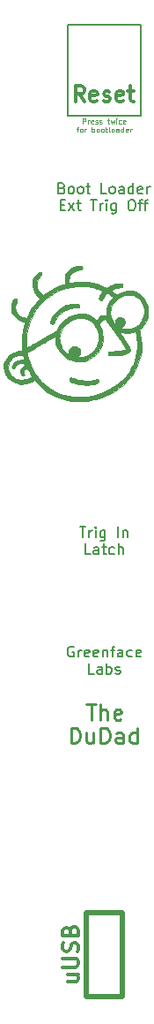
<source format=gbr>
%TF.GenerationSoftware,KiCad,Pcbnew,(6.0.1)*%
%TF.CreationDate,2022-10-25T16:48:48-07:00*%
%TF.ProjectId,DuDad2HP_Panel,44754461-6432-4485-905f-50616e656c2e,rev?*%
%TF.SameCoordinates,Original*%
%TF.FileFunction,Legend,Top*%
%TF.FilePolarity,Positive*%
%FSLAX46Y46*%
G04 Gerber Fmt 4.6, Leading zero omitted, Abs format (unit mm)*
G04 Created by KiCad (PCBNEW (6.0.1)) date 2022-10-25 16:48:48*
%MOMM*%
%LPD*%
G01*
G04 APERTURE LIST*
%ADD10C,0.250000*%
%ADD11C,0.150000*%
%ADD12C,0.500000*%
%ADD13C,0.300000*%
%ADD14C,0.100000*%
%ADD15C,0.010000*%
G04 APERTURE END LIST*
D10*
X51796428Y-128728571D02*
X51796428Y-127228571D01*
X52153571Y-127228571D01*
X52367857Y-127300000D01*
X52510714Y-127442857D01*
X52582142Y-127585714D01*
X52653571Y-127871428D01*
X52653571Y-128085714D01*
X52582142Y-128371428D01*
X52510714Y-128514285D01*
X52367857Y-128657142D01*
X52153571Y-128728571D01*
X51796428Y-128728571D01*
X53939285Y-127728571D02*
X53939285Y-128728571D01*
X53296428Y-127728571D02*
X53296428Y-128514285D01*
X53367857Y-128657142D01*
X53510714Y-128728571D01*
X53725000Y-128728571D01*
X53867857Y-128657142D01*
X53939285Y-128585714D01*
X54653571Y-128728571D02*
X54653571Y-127228571D01*
X55010714Y-127228571D01*
X55225000Y-127300000D01*
X55367857Y-127442857D01*
X55439285Y-127585714D01*
X55510714Y-127871428D01*
X55510714Y-128085714D01*
X55439285Y-128371428D01*
X55367857Y-128514285D01*
X55225000Y-128657142D01*
X55010714Y-128728571D01*
X54653571Y-128728571D01*
X56796428Y-128728571D02*
X56796428Y-127942857D01*
X56725000Y-127800000D01*
X56582142Y-127728571D01*
X56296428Y-127728571D01*
X56153571Y-127800000D01*
X56796428Y-128657142D02*
X56653571Y-128728571D01*
X56296428Y-128728571D01*
X56153571Y-128657142D01*
X56082142Y-128514285D01*
X56082142Y-128371428D01*
X56153571Y-128228571D01*
X56296428Y-128157142D01*
X56653571Y-128157142D01*
X56796428Y-128085714D01*
X58153571Y-128728571D02*
X58153571Y-127228571D01*
X58153571Y-128657142D02*
X58010714Y-128728571D01*
X57725000Y-128728571D01*
X57582142Y-128657142D01*
X57510714Y-128585714D01*
X57439285Y-128442857D01*
X57439285Y-128014285D01*
X57510714Y-127871428D01*
X57582142Y-127800000D01*
X57725000Y-127728571D01*
X58010714Y-127728571D01*
X58153571Y-127800000D01*
D11*
X52047619Y-119495000D02*
X51952380Y-119447380D01*
X51809523Y-119447380D01*
X51666666Y-119495000D01*
X51571428Y-119590238D01*
X51523809Y-119685476D01*
X51476190Y-119875952D01*
X51476190Y-120018809D01*
X51523809Y-120209285D01*
X51571428Y-120304523D01*
X51666666Y-120399761D01*
X51809523Y-120447380D01*
X51904761Y-120447380D01*
X52047619Y-120399761D01*
X52095238Y-120352142D01*
X52095238Y-120018809D01*
X51904761Y-120018809D01*
X52523809Y-120447380D02*
X52523809Y-119780714D01*
X52523809Y-119971190D02*
X52571428Y-119875952D01*
X52619047Y-119828333D01*
X52714285Y-119780714D01*
X52809523Y-119780714D01*
X53523809Y-120399761D02*
X53428571Y-120447380D01*
X53238095Y-120447380D01*
X53142857Y-120399761D01*
X53095238Y-120304523D01*
X53095238Y-119923571D01*
X53142857Y-119828333D01*
X53238095Y-119780714D01*
X53428571Y-119780714D01*
X53523809Y-119828333D01*
X53571428Y-119923571D01*
X53571428Y-120018809D01*
X53095238Y-120114047D01*
X54380952Y-120399761D02*
X54285714Y-120447380D01*
X54095238Y-120447380D01*
X54000000Y-120399761D01*
X53952380Y-120304523D01*
X53952380Y-119923571D01*
X54000000Y-119828333D01*
X54095238Y-119780714D01*
X54285714Y-119780714D01*
X54380952Y-119828333D01*
X54428571Y-119923571D01*
X54428571Y-120018809D01*
X53952380Y-120114047D01*
X54857142Y-119780714D02*
X54857142Y-120447380D01*
X54857142Y-119875952D02*
X54904761Y-119828333D01*
X55000000Y-119780714D01*
X55142857Y-119780714D01*
X55238095Y-119828333D01*
X55285714Y-119923571D01*
X55285714Y-120447380D01*
X55619047Y-119780714D02*
X56000000Y-119780714D01*
X55761904Y-120447380D02*
X55761904Y-119590238D01*
X55809523Y-119495000D01*
X55904761Y-119447380D01*
X56000000Y-119447380D01*
X56761904Y-120447380D02*
X56761904Y-119923571D01*
X56714285Y-119828333D01*
X56619047Y-119780714D01*
X56428571Y-119780714D01*
X56333333Y-119828333D01*
X56761904Y-120399761D02*
X56666666Y-120447380D01*
X56428571Y-120447380D01*
X56333333Y-120399761D01*
X56285714Y-120304523D01*
X56285714Y-120209285D01*
X56333333Y-120114047D01*
X56428571Y-120066428D01*
X56666666Y-120066428D01*
X56761904Y-120018809D01*
X57666666Y-120399761D02*
X57571428Y-120447380D01*
X57380952Y-120447380D01*
X57285714Y-120399761D01*
X57238095Y-120352142D01*
X57190476Y-120256904D01*
X57190476Y-119971190D01*
X57238095Y-119875952D01*
X57285714Y-119828333D01*
X57380952Y-119780714D01*
X57571428Y-119780714D01*
X57666666Y-119828333D01*
X58476190Y-120399761D02*
X58380952Y-120447380D01*
X58190476Y-120447380D01*
X58095238Y-120399761D01*
X58047619Y-120304523D01*
X58047619Y-119923571D01*
X58095238Y-119828333D01*
X58190476Y-119780714D01*
X58380952Y-119780714D01*
X58476190Y-119828333D01*
X58523809Y-119923571D01*
X58523809Y-120018809D01*
X58047619Y-120114047D01*
X54000000Y-122057380D02*
X53523809Y-122057380D01*
X53523809Y-121057380D01*
X54761904Y-122057380D02*
X54761904Y-121533571D01*
X54714285Y-121438333D01*
X54619047Y-121390714D01*
X54428571Y-121390714D01*
X54333333Y-121438333D01*
X54761904Y-122009761D02*
X54666666Y-122057380D01*
X54428571Y-122057380D01*
X54333333Y-122009761D01*
X54285714Y-121914523D01*
X54285714Y-121819285D01*
X54333333Y-121724047D01*
X54428571Y-121676428D01*
X54666666Y-121676428D01*
X54761904Y-121628809D01*
X55238095Y-122057380D02*
X55238095Y-121057380D01*
X55238095Y-121438333D02*
X55333333Y-121390714D01*
X55523809Y-121390714D01*
X55619047Y-121438333D01*
X55666666Y-121485952D01*
X55714285Y-121581190D01*
X55714285Y-121866904D01*
X55666666Y-121962142D01*
X55619047Y-122009761D01*
X55523809Y-122057380D01*
X55333333Y-122057380D01*
X55238095Y-122009761D01*
X56095238Y-122009761D02*
X56190476Y-122057380D01*
X56380952Y-122057380D01*
X56476190Y-122009761D01*
X56523809Y-121914523D01*
X56523809Y-121866904D01*
X56476190Y-121771666D01*
X56380952Y-121724047D01*
X56238095Y-121724047D01*
X56142857Y-121676428D01*
X56095238Y-121581190D01*
X56095238Y-121533571D01*
X56142857Y-121438333D01*
X56238095Y-121390714D01*
X56380952Y-121390714D01*
X56476190Y-121438333D01*
D10*
X53300000Y-125003571D02*
X54157142Y-125003571D01*
X53728571Y-126503571D02*
X53728571Y-125003571D01*
X54657142Y-126503571D02*
X54657142Y-125003571D01*
X55300000Y-126503571D02*
X55300000Y-125717857D01*
X55228571Y-125575000D01*
X55085714Y-125503571D01*
X54871428Y-125503571D01*
X54728571Y-125575000D01*
X54657142Y-125646428D01*
X56585714Y-126432142D02*
X56442857Y-126503571D01*
X56157142Y-126503571D01*
X56014285Y-126432142D01*
X55942857Y-126289285D01*
X55942857Y-125717857D01*
X56014285Y-125575000D01*
X56157142Y-125503571D01*
X56442857Y-125503571D01*
X56585714Y-125575000D01*
X56657142Y-125717857D01*
X56657142Y-125860714D01*
X55942857Y-126003571D01*
D11*
X58525000Y-59893000D02*
X51525000Y-59893000D01*
D12*
X53300000Y-153040000D02*
X56700000Y-153040000D01*
X53300000Y-153040000D02*
X53300000Y-144940000D01*
X56700000Y-153040000D02*
X56700000Y-144940000D01*
D11*
X51525000Y-68575000D02*
X58525000Y-68575000D01*
X51525000Y-59893000D02*
X51525000Y-68575000D01*
X58525000Y-68575000D02*
X58525000Y-59893000D01*
D12*
X53300000Y-144940000D02*
X56700000Y-144940000D01*
D11*
X50925000Y-75523571D02*
X51067857Y-75571190D01*
X51115476Y-75618809D01*
X51163095Y-75714047D01*
X51163095Y-75856904D01*
X51115476Y-75952142D01*
X51067857Y-75999761D01*
X50972619Y-76047380D01*
X50591666Y-76047380D01*
X50591666Y-75047380D01*
X50925000Y-75047380D01*
X51020238Y-75095000D01*
X51067857Y-75142619D01*
X51115476Y-75237857D01*
X51115476Y-75333095D01*
X51067857Y-75428333D01*
X51020238Y-75475952D01*
X50925000Y-75523571D01*
X50591666Y-75523571D01*
X51734523Y-76047380D02*
X51639285Y-75999761D01*
X51591666Y-75952142D01*
X51544047Y-75856904D01*
X51544047Y-75571190D01*
X51591666Y-75475952D01*
X51639285Y-75428333D01*
X51734523Y-75380714D01*
X51877380Y-75380714D01*
X51972619Y-75428333D01*
X52020238Y-75475952D01*
X52067857Y-75571190D01*
X52067857Y-75856904D01*
X52020238Y-75952142D01*
X51972619Y-75999761D01*
X51877380Y-76047380D01*
X51734523Y-76047380D01*
X52639285Y-76047380D02*
X52544047Y-75999761D01*
X52496428Y-75952142D01*
X52448809Y-75856904D01*
X52448809Y-75571190D01*
X52496428Y-75475952D01*
X52544047Y-75428333D01*
X52639285Y-75380714D01*
X52782142Y-75380714D01*
X52877380Y-75428333D01*
X52925000Y-75475952D01*
X52972619Y-75571190D01*
X52972619Y-75856904D01*
X52925000Y-75952142D01*
X52877380Y-75999761D01*
X52782142Y-76047380D01*
X52639285Y-76047380D01*
X53258333Y-75380714D02*
X53639285Y-75380714D01*
X53401190Y-75047380D02*
X53401190Y-75904523D01*
X53448809Y-75999761D01*
X53544047Y-76047380D01*
X53639285Y-76047380D01*
X55210714Y-76047380D02*
X54734523Y-76047380D01*
X54734523Y-75047380D01*
X55686904Y-76047380D02*
X55591666Y-75999761D01*
X55544047Y-75952142D01*
X55496428Y-75856904D01*
X55496428Y-75571190D01*
X55544047Y-75475952D01*
X55591666Y-75428333D01*
X55686904Y-75380714D01*
X55829761Y-75380714D01*
X55925000Y-75428333D01*
X55972619Y-75475952D01*
X56020238Y-75571190D01*
X56020238Y-75856904D01*
X55972619Y-75952142D01*
X55925000Y-75999761D01*
X55829761Y-76047380D01*
X55686904Y-76047380D01*
X56877380Y-76047380D02*
X56877380Y-75523571D01*
X56829761Y-75428333D01*
X56734523Y-75380714D01*
X56544047Y-75380714D01*
X56448809Y-75428333D01*
X56877380Y-75999761D02*
X56782142Y-76047380D01*
X56544047Y-76047380D01*
X56448809Y-75999761D01*
X56401190Y-75904523D01*
X56401190Y-75809285D01*
X56448809Y-75714047D01*
X56544047Y-75666428D01*
X56782142Y-75666428D01*
X56877380Y-75618809D01*
X57782142Y-76047380D02*
X57782142Y-75047380D01*
X57782142Y-75999761D02*
X57686904Y-76047380D01*
X57496428Y-76047380D01*
X57401190Y-75999761D01*
X57353571Y-75952142D01*
X57305952Y-75856904D01*
X57305952Y-75571190D01*
X57353571Y-75475952D01*
X57401190Y-75428333D01*
X57496428Y-75380714D01*
X57686904Y-75380714D01*
X57782142Y-75428333D01*
X58639285Y-75999761D02*
X58544047Y-76047380D01*
X58353571Y-76047380D01*
X58258333Y-75999761D01*
X58210714Y-75904523D01*
X58210714Y-75523571D01*
X58258333Y-75428333D01*
X58353571Y-75380714D01*
X58544047Y-75380714D01*
X58639285Y-75428333D01*
X58686904Y-75523571D01*
X58686904Y-75618809D01*
X58210714Y-75714047D01*
X59115476Y-76047380D02*
X59115476Y-75380714D01*
X59115476Y-75571190D02*
X59163095Y-75475952D01*
X59210714Y-75428333D01*
X59305952Y-75380714D01*
X59401190Y-75380714D01*
X50782142Y-77133571D02*
X51115476Y-77133571D01*
X51258333Y-77657380D02*
X50782142Y-77657380D01*
X50782142Y-76657380D01*
X51258333Y-76657380D01*
X51591666Y-77657380D02*
X52115476Y-76990714D01*
X51591666Y-76990714D02*
X52115476Y-77657380D01*
X52353571Y-76990714D02*
X52734523Y-76990714D01*
X52496428Y-76657380D02*
X52496428Y-77514523D01*
X52544047Y-77609761D01*
X52639285Y-77657380D01*
X52734523Y-77657380D01*
X53686904Y-76657380D02*
X54258333Y-76657380D01*
X53972619Y-77657380D02*
X53972619Y-76657380D01*
X54591666Y-77657380D02*
X54591666Y-76990714D01*
X54591666Y-77181190D02*
X54639285Y-77085952D01*
X54686904Y-77038333D01*
X54782142Y-76990714D01*
X54877380Y-76990714D01*
X55210714Y-77657380D02*
X55210714Y-76990714D01*
X55210714Y-76657380D02*
X55163095Y-76705000D01*
X55210714Y-76752619D01*
X55258333Y-76705000D01*
X55210714Y-76657380D01*
X55210714Y-76752619D01*
X56115476Y-76990714D02*
X56115476Y-77800238D01*
X56067857Y-77895476D01*
X56020238Y-77943095D01*
X55925000Y-77990714D01*
X55782142Y-77990714D01*
X55686904Y-77943095D01*
X56115476Y-77609761D02*
X56020238Y-77657380D01*
X55829761Y-77657380D01*
X55734523Y-77609761D01*
X55686904Y-77562142D01*
X55639285Y-77466904D01*
X55639285Y-77181190D01*
X55686904Y-77085952D01*
X55734523Y-77038333D01*
X55829761Y-76990714D01*
X56020238Y-76990714D01*
X56115476Y-77038333D01*
X57544047Y-76657380D02*
X57734523Y-76657380D01*
X57829761Y-76705000D01*
X57925000Y-76800238D01*
X57972619Y-76990714D01*
X57972619Y-77324047D01*
X57925000Y-77514523D01*
X57829761Y-77609761D01*
X57734523Y-77657380D01*
X57544047Y-77657380D01*
X57448809Y-77609761D01*
X57353571Y-77514523D01*
X57305952Y-77324047D01*
X57305952Y-76990714D01*
X57353571Y-76800238D01*
X57448809Y-76705000D01*
X57544047Y-76657380D01*
X58258333Y-76990714D02*
X58639285Y-76990714D01*
X58401190Y-77657380D02*
X58401190Y-76800238D01*
X58448809Y-76705000D01*
X58544047Y-76657380D01*
X58639285Y-76657380D01*
X58829761Y-76990714D02*
X59210714Y-76990714D01*
X58972619Y-77657380D02*
X58972619Y-76800238D01*
X59020238Y-76705000D01*
X59115476Y-76657380D01*
X59210714Y-76657380D01*
D13*
X53067857Y-67221571D02*
X52567857Y-66507285D01*
X52210714Y-67221571D02*
X52210714Y-65721571D01*
X52782142Y-65721571D01*
X52925000Y-65793000D01*
X52996428Y-65864428D01*
X53067857Y-66007285D01*
X53067857Y-66221571D01*
X52996428Y-66364428D01*
X52925000Y-66435857D01*
X52782142Y-66507285D01*
X52210714Y-66507285D01*
X54282142Y-67150142D02*
X54139285Y-67221571D01*
X53853571Y-67221571D01*
X53710714Y-67150142D01*
X53639285Y-67007285D01*
X53639285Y-66435857D01*
X53710714Y-66293000D01*
X53853571Y-66221571D01*
X54139285Y-66221571D01*
X54282142Y-66293000D01*
X54353571Y-66435857D01*
X54353571Y-66578714D01*
X53639285Y-66721571D01*
X54925000Y-67150142D02*
X55067857Y-67221571D01*
X55353571Y-67221571D01*
X55496428Y-67150142D01*
X55567857Y-67007285D01*
X55567857Y-66935857D01*
X55496428Y-66793000D01*
X55353571Y-66721571D01*
X55139285Y-66721571D01*
X54996428Y-66650142D01*
X54925000Y-66507285D01*
X54925000Y-66435857D01*
X54996428Y-66293000D01*
X55139285Y-66221571D01*
X55353571Y-66221571D01*
X55496428Y-66293000D01*
X56782142Y-67150142D02*
X56639285Y-67221571D01*
X56353571Y-67221571D01*
X56210714Y-67150142D01*
X56139285Y-67007285D01*
X56139285Y-66435857D01*
X56210714Y-66293000D01*
X56353571Y-66221571D01*
X56639285Y-66221571D01*
X56782142Y-66293000D01*
X56853571Y-66435857D01*
X56853571Y-66578714D01*
X56139285Y-66721571D01*
X57282142Y-66221571D02*
X57853571Y-66221571D01*
X57496428Y-65721571D02*
X57496428Y-67007285D01*
X57567857Y-67150142D01*
X57710714Y-67221571D01*
X57853571Y-67221571D01*
D14*
X52927380Y-69348690D02*
X52927380Y-68848690D01*
X53117857Y-68848690D01*
X53165476Y-68872500D01*
X53189285Y-68896309D01*
X53213095Y-68943928D01*
X53213095Y-69015357D01*
X53189285Y-69062976D01*
X53165476Y-69086785D01*
X53117857Y-69110595D01*
X52927380Y-69110595D01*
X53427380Y-69348690D02*
X53427380Y-69015357D01*
X53427380Y-69110595D02*
X53451190Y-69062976D01*
X53475000Y-69039166D01*
X53522619Y-69015357D01*
X53570238Y-69015357D01*
X53927380Y-69324880D02*
X53879761Y-69348690D01*
X53784523Y-69348690D01*
X53736904Y-69324880D01*
X53713095Y-69277261D01*
X53713095Y-69086785D01*
X53736904Y-69039166D01*
X53784523Y-69015357D01*
X53879761Y-69015357D01*
X53927380Y-69039166D01*
X53951190Y-69086785D01*
X53951190Y-69134404D01*
X53713095Y-69182023D01*
X54141666Y-69324880D02*
X54189285Y-69348690D01*
X54284523Y-69348690D01*
X54332142Y-69324880D01*
X54355952Y-69277261D01*
X54355952Y-69253452D01*
X54332142Y-69205833D01*
X54284523Y-69182023D01*
X54213095Y-69182023D01*
X54165476Y-69158214D01*
X54141666Y-69110595D01*
X54141666Y-69086785D01*
X54165476Y-69039166D01*
X54213095Y-69015357D01*
X54284523Y-69015357D01*
X54332142Y-69039166D01*
X54546428Y-69324880D02*
X54594047Y-69348690D01*
X54689285Y-69348690D01*
X54736904Y-69324880D01*
X54760714Y-69277261D01*
X54760714Y-69253452D01*
X54736904Y-69205833D01*
X54689285Y-69182023D01*
X54617857Y-69182023D01*
X54570238Y-69158214D01*
X54546428Y-69110595D01*
X54546428Y-69086785D01*
X54570238Y-69039166D01*
X54617857Y-69015357D01*
X54689285Y-69015357D01*
X54736904Y-69039166D01*
X55284523Y-69015357D02*
X55475000Y-69015357D01*
X55355952Y-68848690D02*
X55355952Y-69277261D01*
X55379761Y-69324880D01*
X55427380Y-69348690D01*
X55475000Y-69348690D01*
X55594047Y-69015357D02*
X55689285Y-69348690D01*
X55784523Y-69110595D01*
X55879761Y-69348690D01*
X55975000Y-69015357D01*
X56165476Y-69348690D02*
X56165476Y-69015357D01*
X56165476Y-68848690D02*
X56141666Y-68872500D01*
X56165476Y-68896309D01*
X56189285Y-68872500D01*
X56165476Y-68848690D01*
X56165476Y-68896309D01*
X56617857Y-69324880D02*
X56570238Y-69348690D01*
X56475000Y-69348690D01*
X56427380Y-69324880D01*
X56403571Y-69301071D01*
X56379761Y-69253452D01*
X56379761Y-69110595D01*
X56403571Y-69062976D01*
X56427380Y-69039166D01*
X56475000Y-69015357D01*
X56570238Y-69015357D01*
X56617857Y-69039166D01*
X57022619Y-69324880D02*
X56975000Y-69348690D01*
X56879761Y-69348690D01*
X56832142Y-69324880D01*
X56808333Y-69277261D01*
X56808333Y-69086785D01*
X56832142Y-69039166D01*
X56879761Y-69015357D01*
X56975000Y-69015357D01*
X57022619Y-69039166D01*
X57046428Y-69086785D01*
X57046428Y-69134404D01*
X56808333Y-69182023D01*
X52308333Y-69820357D02*
X52498809Y-69820357D01*
X52379761Y-70153690D02*
X52379761Y-69725119D01*
X52403571Y-69677500D01*
X52451190Y-69653690D01*
X52498809Y-69653690D01*
X52736904Y-70153690D02*
X52689285Y-70129880D01*
X52665476Y-70106071D01*
X52641666Y-70058452D01*
X52641666Y-69915595D01*
X52665476Y-69867976D01*
X52689285Y-69844166D01*
X52736904Y-69820357D01*
X52808333Y-69820357D01*
X52855952Y-69844166D01*
X52879761Y-69867976D01*
X52903571Y-69915595D01*
X52903571Y-70058452D01*
X52879761Y-70106071D01*
X52855952Y-70129880D01*
X52808333Y-70153690D01*
X52736904Y-70153690D01*
X53117857Y-70153690D02*
X53117857Y-69820357D01*
X53117857Y-69915595D02*
X53141666Y-69867976D01*
X53165476Y-69844166D01*
X53213095Y-69820357D01*
X53260714Y-69820357D01*
X53808333Y-70153690D02*
X53808333Y-69653690D01*
X53808333Y-69844166D02*
X53855952Y-69820357D01*
X53951190Y-69820357D01*
X53998809Y-69844166D01*
X54022619Y-69867976D01*
X54046428Y-69915595D01*
X54046428Y-70058452D01*
X54022619Y-70106071D01*
X53998809Y-70129880D01*
X53951190Y-70153690D01*
X53855952Y-70153690D01*
X53808333Y-70129880D01*
X54332142Y-70153690D02*
X54284523Y-70129880D01*
X54260714Y-70106071D01*
X54236904Y-70058452D01*
X54236904Y-69915595D01*
X54260714Y-69867976D01*
X54284523Y-69844166D01*
X54332142Y-69820357D01*
X54403571Y-69820357D01*
X54451190Y-69844166D01*
X54475000Y-69867976D01*
X54498809Y-69915595D01*
X54498809Y-70058452D01*
X54475000Y-70106071D01*
X54451190Y-70129880D01*
X54403571Y-70153690D01*
X54332142Y-70153690D01*
X54784523Y-70153690D02*
X54736904Y-70129880D01*
X54713095Y-70106071D01*
X54689285Y-70058452D01*
X54689285Y-69915595D01*
X54713095Y-69867976D01*
X54736904Y-69844166D01*
X54784523Y-69820357D01*
X54855952Y-69820357D01*
X54903571Y-69844166D01*
X54927380Y-69867976D01*
X54951190Y-69915595D01*
X54951190Y-70058452D01*
X54927380Y-70106071D01*
X54903571Y-70129880D01*
X54855952Y-70153690D01*
X54784523Y-70153690D01*
X55094047Y-69820357D02*
X55284523Y-69820357D01*
X55165476Y-69653690D02*
X55165476Y-70082261D01*
X55189285Y-70129880D01*
X55236904Y-70153690D01*
X55284523Y-70153690D01*
X55522619Y-70153690D02*
X55475000Y-70129880D01*
X55451190Y-70082261D01*
X55451190Y-69653690D01*
X55784523Y-70153690D02*
X55736904Y-70129880D01*
X55713095Y-70106071D01*
X55689285Y-70058452D01*
X55689285Y-69915595D01*
X55713095Y-69867976D01*
X55736904Y-69844166D01*
X55784523Y-69820357D01*
X55855952Y-69820357D01*
X55903571Y-69844166D01*
X55927380Y-69867976D01*
X55951190Y-69915595D01*
X55951190Y-70058452D01*
X55927380Y-70106071D01*
X55903571Y-70129880D01*
X55855952Y-70153690D01*
X55784523Y-70153690D01*
X56379761Y-70153690D02*
X56379761Y-69891785D01*
X56355952Y-69844166D01*
X56308333Y-69820357D01*
X56213095Y-69820357D01*
X56165476Y-69844166D01*
X56379761Y-70129880D02*
X56332142Y-70153690D01*
X56213095Y-70153690D01*
X56165476Y-70129880D01*
X56141666Y-70082261D01*
X56141666Y-70034642D01*
X56165476Y-69987023D01*
X56213095Y-69963214D01*
X56332142Y-69963214D01*
X56379761Y-69939404D01*
X56832142Y-70153690D02*
X56832142Y-69653690D01*
X56832142Y-70129880D02*
X56784523Y-70153690D01*
X56689285Y-70153690D01*
X56641666Y-70129880D01*
X56617857Y-70106071D01*
X56594047Y-70058452D01*
X56594047Y-69915595D01*
X56617857Y-69867976D01*
X56641666Y-69844166D01*
X56689285Y-69820357D01*
X56784523Y-69820357D01*
X56832142Y-69844166D01*
X57260714Y-70129880D02*
X57213095Y-70153690D01*
X57117857Y-70153690D01*
X57070238Y-70129880D01*
X57046428Y-70082261D01*
X57046428Y-69891785D01*
X57070238Y-69844166D01*
X57117857Y-69820357D01*
X57213095Y-69820357D01*
X57260714Y-69844166D01*
X57284523Y-69891785D01*
X57284523Y-69939404D01*
X57046428Y-69987023D01*
X57498809Y-70153690D02*
X57498809Y-69820357D01*
X57498809Y-69915595D02*
X57522619Y-69867976D01*
X57546428Y-69844166D01*
X57594047Y-69820357D01*
X57641666Y-69820357D01*
D13*
X51503571Y-150903571D02*
X52503571Y-150903571D01*
X51503571Y-151546428D02*
X52289285Y-151546428D01*
X52432142Y-151475000D01*
X52503571Y-151332142D01*
X52503571Y-151117857D01*
X52432142Y-150975000D01*
X52360714Y-150903571D01*
X51003571Y-150189285D02*
X52217857Y-150189285D01*
X52360714Y-150117857D01*
X52432142Y-150046428D01*
X52503571Y-149903571D01*
X52503571Y-149617857D01*
X52432142Y-149475000D01*
X52360714Y-149403571D01*
X52217857Y-149332142D01*
X51003571Y-149332142D01*
X52432142Y-148689285D02*
X52503571Y-148475000D01*
X52503571Y-148117857D01*
X52432142Y-147975000D01*
X52360714Y-147903571D01*
X52217857Y-147832142D01*
X52075000Y-147832142D01*
X51932142Y-147903571D01*
X51860714Y-147975000D01*
X51789285Y-148117857D01*
X51717857Y-148403571D01*
X51646428Y-148546428D01*
X51575000Y-148617857D01*
X51432142Y-148689285D01*
X51289285Y-148689285D01*
X51146428Y-148617857D01*
X51075000Y-148546428D01*
X51003571Y-148403571D01*
X51003571Y-148046428D01*
X51075000Y-147832142D01*
X51717857Y-146689285D02*
X51789285Y-146475000D01*
X51860714Y-146403571D01*
X52003571Y-146332142D01*
X52217857Y-146332142D01*
X52360714Y-146403571D01*
X52432142Y-146475000D01*
X52503571Y-146617857D01*
X52503571Y-147189285D01*
X51003571Y-147189285D01*
X51003571Y-146689285D01*
X51075000Y-146546428D01*
X51146428Y-146475000D01*
X51289285Y-146403571D01*
X51432142Y-146403571D01*
X51575000Y-146475000D01*
X51646428Y-146546428D01*
X51717857Y-146689285D01*
X51717857Y-147189285D01*
D11*
X52642857Y-107997380D02*
X53214285Y-107997380D01*
X52928571Y-108997380D02*
X52928571Y-107997380D01*
X53547619Y-108997380D02*
X53547619Y-108330714D01*
X53547619Y-108521190D02*
X53595238Y-108425952D01*
X53642857Y-108378333D01*
X53738095Y-108330714D01*
X53833333Y-108330714D01*
X54166666Y-108997380D02*
X54166666Y-108330714D01*
X54166666Y-107997380D02*
X54119047Y-108045000D01*
X54166666Y-108092619D01*
X54214285Y-108045000D01*
X54166666Y-107997380D01*
X54166666Y-108092619D01*
X55071428Y-108330714D02*
X55071428Y-109140238D01*
X55023809Y-109235476D01*
X54976190Y-109283095D01*
X54880952Y-109330714D01*
X54738095Y-109330714D01*
X54642857Y-109283095D01*
X55071428Y-108949761D02*
X54976190Y-108997380D01*
X54785714Y-108997380D01*
X54690476Y-108949761D01*
X54642857Y-108902142D01*
X54595238Y-108806904D01*
X54595238Y-108521190D01*
X54642857Y-108425952D01*
X54690476Y-108378333D01*
X54785714Y-108330714D01*
X54976190Y-108330714D01*
X55071428Y-108378333D01*
X56309523Y-108997380D02*
X56309523Y-107997380D01*
X56785714Y-108330714D02*
X56785714Y-108997380D01*
X56785714Y-108425952D02*
X56833333Y-108378333D01*
X56928571Y-108330714D01*
X57071428Y-108330714D01*
X57166666Y-108378333D01*
X57214285Y-108473571D01*
X57214285Y-108997380D01*
X53690476Y-110607380D02*
X53214285Y-110607380D01*
X53214285Y-109607380D01*
X54452380Y-110607380D02*
X54452380Y-110083571D01*
X54404761Y-109988333D01*
X54309523Y-109940714D01*
X54119047Y-109940714D01*
X54023809Y-109988333D01*
X54452380Y-110559761D02*
X54357142Y-110607380D01*
X54119047Y-110607380D01*
X54023809Y-110559761D01*
X53976190Y-110464523D01*
X53976190Y-110369285D01*
X54023809Y-110274047D01*
X54119047Y-110226428D01*
X54357142Y-110226428D01*
X54452380Y-110178809D01*
X54785714Y-109940714D02*
X55166666Y-109940714D01*
X54928571Y-109607380D02*
X54928571Y-110464523D01*
X54976190Y-110559761D01*
X55071428Y-110607380D01*
X55166666Y-110607380D01*
X55928571Y-110559761D02*
X55833333Y-110607380D01*
X55642857Y-110607380D01*
X55547619Y-110559761D01*
X55500000Y-110512142D01*
X55452380Y-110416904D01*
X55452380Y-110131190D01*
X55500000Y-110035952D01*
X55547619Y-109988333D01*
X55642857Y-109940714D01*
X55833333Y-109940714D01*
X55928571Y-109988333D01*
X56357142Y-110607380D02*
X56357142Y-109607380D01*
X56785714Y-110607380D02*
X56785714Y-110083571D01*
X56738095Y-109988333D01*
X56642857Y-109940714D01*
X56500000Y-109940714D01*
X56404761Y-109988333D01*
X56357142Y-110035952D01*
D15*
%TO.C,GR1*%
X52770850Y-82948564D02*
X52810001Y-82968964D01*
X52810001Y-82968964D02*
X52831324Y-82988324D01*
X52831324Y-82988324D02*
X52874317Y-83063678D01*
X52874317Y-83063678D02*
X52883749Y-83156627D01*
X52883749Y-83156627D02*
X52858324Y-83245532D01*
X52858324Y-83245532D02*
X52847739Y-83262664D01*
X52847739Y-83262664D02*
X52805233Y-83298884D01*
X52805233Y-83298884D02*
X52729547Y-83326833D01*
X52729547Y-83326833D02*
X52638189Y-83345904D01*
X52638189Y-83345904D02*
X52365894Y-83407631D01*
X52365894Y-83407631D02*
X52137148Y-83492619D01*
X52137148Y-83492619D02*
X51949659Y-83602237D01*
X51949659Y-83602237D02*
X51801135Y-83737854D01*
X51801135Y-83737854D02*
X51689284Y-83900839D01*
X51689284Y-83900839D02*
X51680442Y-83917875D01*
X51680442Y-83917875D02*
X51621481Y-84078373D01*
X51621481Y-84078373D02*
X51588247Y-84269234D01*
X51588247Y-84269234D02*
X51583103Y-84475712D01*
X51583103Y-84475712D02*
X51585249Y-84512105D01*
X51585249Y-84512105D02*
X51592032Y-84580482D01*
X51592032Y-84580482D02*
X51606687Y-84610079D01*
X51606687Y-84610079D02*
X51640423Y-84612808D01*
X51640423Y-84612808D02*
X51674149Y-84606571D01*
X51674149Y-84606571D02*
X51947553Y-84561310D01*
X51947553Y-84561310D02*
X52248536Y-84528690D01*
X52248536Y-84528690D02*
X52562109Y-84509290D01*
X52562109Y-84509290D02*
X52873283Y-84503688D01*
X52873283Y-84503688D02*
X53167068Y-84512462D01*
X53167068Y-84512462D02*
X53428475Y-84536190D01*
X53428475Y-84536190D02*
X53444200Y-84538293D01*
X53444200Y-84538293D02*
X53858307Y-84611996D01*
X53858307Y-84611996D02*
X54271922Y-84718091D01*
X54271922Y-84718091D02*
X54668559Y-84851812D01*
X54668559Y-84851812D02*
X54973187Y-84980422D01*
X54973187Y-84980422D02*
X55086255Y-85031816D01*
X55086255Y-85031816D02*
X55162623Y-85062126D01*
X55162623Y-85062126D02*
X55210615Y-85073792D01*
X55210615Y-85073792D02*
X55238556Y-85069256D01*
X55238556Y-85069256D02*
X55248139Y-85061049D01*
X55248139Y-85061049D02*
X55285235Y-85033225D01*
X55285235Y-85033225D02*
X55357900Y-84990997D01*
X55357900Y-84990997D02*
X55454973Y-84939877D01*
X55454973Y-84939877D02*
X55565290Y-84885378D01*
X55565290Y-84885378D02*
X55677689Y-84833013D01*
X55677689Y-84833013D02*
X55781006Y-84788293D01*
X55781006Y-84788293D02*
X55864079Y-84756731D01*
X55864079Y-84756731D02*
X55865011Y-84756420D01*
X55865011Y-84756420D02*
X56006431Y-84716478D01*
X56006431Y-84716478D02*
X56168025Y-84681921D01*
X56168025Y-84681921D02*
X56329341Y-84656376D01*
X56329341Y-84656376D02*
X56469925Y-84643469D01*
X56469925Y-84643469D02*
X56507134Y-84642600D01*
X56507134Y-84642600D02*
X56603700Y-84648870D01*
X56603700Y-84648870D02*
X56666529Y-84670503D01*
X56666529Y-84670503D02*
X56694753Y-84692753D01*
X56694753Y-84692753D02*
X56752333Y-84777761D01*
X56752333Y-84777761D02*
X56762044Y-84865665D01*
X56762044Y-84865665D02*
X56727873Y-84943051D01*
X56727873Y-84943051D02*
X56696726Y-84978373D01*
X56696726Y-84978373D02*
X56657807Y-85004806D01*
X56657807Y-85004806D02*
X56601578Y-85025367D01*
X56601578Y-85025367D02*
X56518498Y-85043075D01*
X56518498Y-85043075D02*
X56399027Y-85060949D01*
X56399027Y-85060949D02*
X56324621Y-85070643D01*
X56324621Y-85070643D02*
X56173678Y-85097255D01*
X56173678Y-85097255D02*
X56014148Y-85137835D01*
X56014148Y-85137835D02*
X55862307Y-85187301D01*
X55862307Y-85187301D02*
X55734428Y-85240572D01*
X55734428Y-85240572D02*
X55672936Y-85274150D01*
X55672936Y-85274150D02*
X55596948Y-85322262D01*
X55596948Y-85322262D02*
X55758824Y-85431123D01*
X55758824Y-85431123D02*
X55859514Y-85501502D01*
X55859514Y-85501502D02*
X55963018Y-85578065D01*
X55963018Y-85578065D02*
X56040543Y-85639082D01*
X56040543Y-85639082D02*
X56160386Y-85738179D01*
X56160386Y-85738179D02*
X56308510Y-85651366D01*
X56308510Y-85651366D02*
X56613945Y-85499422D01*
X56613945Y-85499422D02*
X56928730Y-85396841D01*
X56928730Y-85396841D02*
X57256601Y-85342496D01*
X57256601Y-85342496D02*
X57356117Y-85335526D01*
X57356117Y-85335526D02*
X57563026Y-85334131D01*
X57563026Y-85334131D02*
X57741959Y-85355032D01*
X57741959Y-85355032D02*
X57912336Y-85402256D01*
X57912336Y-85402256D02*
X58093583Y-85479827D01*
X58093583Y-85479827D02*
X58123332Y-85494542D01*
X58123332Y-85494542D02*
X58377974Y-85650332D01*
X58377974Y-85650332D02*
X58606860Y-85847485D01*
X58606860Y-85847485D02*
X58806889Y-86081896D01*
X58806889Y-86081896D02*
X58974958Y-86349457D01*
X58974958Y-86349457D02*
X59107967Y-86646063D01*
X59107967Y-86646063D02*
X59187473Y-86903200D01*
X59187473Y-86903200D02*
X59210747Y-87040557D01*
X59210747Y-87040557D02*
X59222734Y-87211117D01*
X59222734Y-87211117D02*
X59223801Y-87398637D01*
X59223801Y-87398637D02*
X59214315Y-87586874D01*
X59214315Y-87586874D02*
X59194643Y-87759586D01*
X59194643Y-87759586D02*
X59165153Y-87900529D01*
X59165153Y-87900529D02*
X59164903Y-87901399D01*
X59164903Y-87901399D02*
X59053820Y-88204369D01*
X59053820Y-88204369D02*
X58901870Y-88479967D01*
X58901870Y-88479967D02*
X58706158Y-88732866D01*
X58706158Y-88732866D02*
X58554239Y-88887169D01*
X58554239Y-88887169D02*
X58463278Y-88974002D01*
X58463278Y-88974002D02*
X58405679Y-89035366D01*
X58405679Y-89035366D02*
X58375935Y-89078505D01*
X58375935Y-89078505D02*
X58368539Y-89110660D01*
X58368539Y-89110660D02*
X58372142Y-89126661D01*
X58372142Y-89126661D02*
X58384526Y-89170666D01*
X58384526Y-89170666D02*
X58404149Y-89252993D01*
X58404149Y-89252993D02*
X58428381Y-89362130D01*
X58428381Y-89362130D02*
X58454591Y-89486566D01*
X58454591Y-89486566D02*
X58456311Y-89494961D01*
X58456311Y-89494961D02*
X58538796Y-90012692D01*
X58538796Y-90012692D02*
X58571906Y-90519029D01*
X58571906Y-90519029D02*
X58555496Y-91015106D01*
X58555496Y-91015106D02*
X58489422Y-91502057D01*
X58489422Y-91502057D02*
X58373539Y-91981017D01*
X58373539Y-91981017D02*
X58207703Y-92453121D01*
X58207703Y-92453121D02*
X58029533Y-92845537D01*
X58029533Y-92845537D02*
X57792943Y-93261478D01*
X57792943Y-93261478D02*
X57511808Y-93656850D01*
X57511808Y-93656850D02*
X57189080Y-94029100D01*
X57189080Y-94029100D02*
X56827715Y-94375672D01*
X56827715Y-94375672D02*
X56430665Y-94694012D01*
X56430665Y-94694012D02*
X56000884Y-94981565D01*
X56000884Y-94981565D02*
X55541325Y-95235776D01*
X55541325Y-95235776D02*
X55054942Y-95454091D01*
X55054942Y-95454091D02*
X54979417Y-95483753D01*
X54979417Y-95483753D02*
X54696666Y-95588667D01*
X54696666Y-95588667D02*
X54441142Y-95673655D01*
X54441142Y-95673655D02*
X54195674Y-95743484D01*
X54195674Y-95743484D02*
X53943093Y-95802919D01*
X53943093Y-95802919D02*
X53666230Y-95856726D01*
X53666230Y-95856726D02*
X53583900Y-95871110D01*
X53583900Y-95871110D02*
X53398891Y-95896104D01*
X53398891Y-95896104D02*
X53176772Y-95915402D01*
X53176772Y-95915402D02*
X52930949Y-95928694D01*
X52930949Y-95928694D02*
X52674826Y-95935672D01*
X52674826Y-95935672D02*
X52421807Y-95936025D01*
X52421807Y-95936025D02*
X52185296Y-95929445D01*
X52185296Y-95929445D02*
X51978698Y-95915621D01*
X51978698Y-95915621D02*
X51920200Y-95909514D01*
X51920200Y-95909514D02*
X51404515Y-95825653D01*
X51404515Y-95825653D02*
X50900514Y-95696061D01*
X50900514Y-95696061D02*
X50415359Y-95522843D01*
X50415359Y-95522843D02*
X50067742Y-95365352D01*
X50067742Y-95365352D02*
X49659169Y-95140455D01*
X49659169Y-95140455D02*
X49280376Y-94885972D01*
X49280376Y-94885972D02*
X48923969Y-94596090D01*
X48923969Y-94596090D02*
X48582556Y-94264998D01*
X48582556Y-94264998D02*
X48369965Y-94030473D01*
X48369965Y-94030473D02*
X48310862Y-93964336D01*
X48310862Y-93964336D02*
X48273328Y-93931715D01*
X48273328Y-93931715D02*
X48246735Y-93926831D01*
X48246735Y-93926831D02*
X48220456Y-93943907D01*
X48220456Y-93943907D02*
X48216779Y-93947193D01*
X48216779Y-93947193D02*
X48157669Y-93987383D01*
X48157669Y-93987383D02*
X48062617Y-94037370D01*
X48062617Y-94037370D02*
X47944126Y-94091661D01*
X47944126Y-94091661D02*
X47814699Y-94144761D01*
X47814699Y-94144761D02*
X47686837Y-94191177D01*
X47686837Y-94191177D02*
X47600491Y-94218016D01*
X47600491Y-94218016D02*
X47436583Y-94253868D01*
X47436583Y-94253868D02*
X47249769Y-94278181D01*
X47249769Y-94278181D02*
X47057953Y-94289850D01*
X47057953Y-94289850D02*
X46879040Y-94287771D01*
X46879040Y-94287771D02*
X46734311Y-94271486D01*
X46734311Y-94271486D02*
X46455451Y-94197378D01*
X46455451Y-94197378D02*
X46204123Y-94084490D01*
X46204123Y-94084490D02*
X45973460Y-93928989D01*
X45973460Y-93928989D02*
X45756596Y-93727038D01*
X45756596Y-93727038D02*
X45753554Y-93723787D01*
X45753554Y-93723787D02*
X45581578Y-93512371D01*
X45581578Y-93512371D02*
X45456057Y-93293861D01*
X45456057Y-93293861D02*
X45372659Y-93060158D01*
X45372659Y-93060158D02*
X45353004Y-92975181D01*
X45353004Y-92975181D02*
X45322948Y-92704304D01*
X45322948Y-92704304D02*
X45330630Y-92602158D01*
X45330630Y-92602158D02*
X45731157Y-92602158D01*
X45731157Y-92602158D02*
X45732672Y-92811774D01*
X45732672Y-92811774D02*
X45777327Y-93021547D01*
X45777327Y-93021547D02*
X45868235Y-93226303D01*
X45868235Y-93226303D02*
X45879460Y-93245422D01*
X45879460Y-93245422D02*
X45995192Y-93401686D01*
X45995192Y-93401686D02*
X46145125Y-93549666D01*
X46145125Y-93549666D02*
X46316815Y-93680207D01*
X46316815Y-93680207D02*
X46497816Y-93784153D01*
X46497816Y-93784153D02*
X46675684Y-93852350D01*
X46675684Y-93852350D02*
X46718719Y-93862850D01*
X46718719Y-93862850D02*
X46849176Y-93878945D01*
X46849176Y-93878945D02*
X47010569Y-93881757D01*
X47010569Y-93881757D02*
X47185149Y-93872516D01*
X47185149Y-93872516D02*
X47355169Y-93852449D01*
X47355169Y-93852449D02*
X47502881Y-93822787D01*
X47502881Y-93822787D02*
X47564100Y-93804293D01*
X47564100Y-93804293D02*
X47743763Y-93737500D01*
X47743763Y-93737500D02*
X47878275Y-93680423D01*
X47878275Y-93680423D02*
X47966080Y-93633770D01*
X47966080Y-93633770D02*
X48000474Y-93605891D01*
X48000474Y-93605891D02*
X48010154Y-93577317D01*
X48010154Y-93577317D02*
X47998263Y-93531942D01*
X47998263Y-93531942D02*
X47961435Y-93460357D01*
X47961435Y-93460357D02*
X47928822Y-93405570D01*
X47928822Y-93405570D02*
X47869278Y-93303943D01*
X47869278Y-93303943D02*
X47799906Y-93179237D01*
X47799906Y-93179237D02*
X47733180Y-93054017D01*
X47733180Y-93054017D02*
X47715613Y-93019863D01*
X47715613Y-93019863D02*
X47663400Y-92918783D01*
X47663400Y-92918783D02*
X47626893Y-92855596D01*
X47626893Y-92855596D02*
X47599152Y-92822721D01*
X47599152Y-92822721D02*
X47573235Y-92812579D01*
X47573235Y-92812579D02*
X47542205Y-92817588D01*
X47542205Y-92817588D02*
X47532905Y-92820298D01*
X47532905Y-92820298D02*
X47412737Y-92862048D01*
X47412737Y-92862048D02*
X47328059Y-92906710D01*
X47328059Y-92906710D02*
X47280334Y-92945101D01*
X47280334Y-92945101D02*
X47221456Y-93019990D01*
X47221456Y-93019990D02*
X47207691Y-93097335D01*
X47207691Y-93097335D02*
X47237294Y-93189781D01*
X47237294Y-93189781D02*
X47244565Y-93204199D01*
X47244565Y-93204199D02*
X47290074Y-93321657D01*
X47290074Y-93321657D02*
X47292166Y-93415258D01*
X47292166Y-93415258D02*
X47250889Y-93483812D01*
X47250889Y-93483812D02*
X47232859Y-93497517D01*
X47232859Y-93497517D02*
X47160305Y-93523531D01*
X47160305Y-93523531D02*
X47091879Y-93502073D01*
X47091879Y-93502073D02*
X47025488Y-93431931D01*
X47025488Y-93431931D02*
X46977211Y-93349494D01*
X46977211Y-93349494D02*
X46919576Y-93187172D01*
X46919576Y-93187172D02*
X46911318Y-93030171D01*
X46911318Y-93030171D02*
X46951131Y-92883480D01*
X46951131Y-92883480D02*
X47037705Y-92752088D01*
X47037705Y-92752088D02*
X47161511Y-92646353D01*
X47161511Y-92646353D02*
X47230068Y-92603060D01*
X47230068Y-92603060D02*
X47281608Y-92574382D01*
X47281608Y-92574382D02*
X47300101Y-92567400D01*
X47300101Y-92567400D02*
X47335915Y-92559139D01*
X47335915Y-92559139D02*
X47388571Y-92541136D01*
X47388571Y-92541136D02*
X47457649Y-92514872D01*
X47457649Y-92514872D02*
X47383874Y-92436408D01*
X47383874Y-92436408D02*
X47283619Y-92353554D01*
X47283619Y-92353554D02*
X47166226Y-92305782D01*
X47166226Y-92305782D02*
X47019071Y-92288305D01*
X47019071Y-92288305D02*
X46992571Y-92288000D01*
X46992571Y-92288000D02*
X46814948Y-92311561D01*
X46814948Y-92311561D02*
X46658292Y-92379993D01*
X46658292Y-92379993D02*
X46527675Y-92489917D01*
X46527675Y-92489917D02*
X46428168Y-92637955D01*
X46428168Y-92637955D02*
X46410864Y-92675515D01*
X46410864Y-92675515D02*
X46352730Y-92777336D01*
X46352730Y-92777336D02*
X46286771Y-92830207D01*
X46286771Y-92830207D02*
X46214091Y-92833509D01*
X46214091Y-92833509D02*
X46168140Y-92811717D01*
X46168140Y-92811717D02*
X46117932Y-92751974D01*
X46117932Y-92751974D02*
X46104955Y-92669112D01*
X46104955Y-92669112D02*
X46125329Y-92569849D01*
X46125329Y-92569849D02*
X46175172Y-92460906D01*
X46175172Y-92460906D02*
X46250604Y-92349003D01*
X46250604Y-92349003D02*
X46347744Y-92240859D01*
X46347744Y-92240859D02*
X46462711Y-92143194D01*
X46462711Y-92143194D02*
X46591624Y-92062727D01*
X46591624Y-92062727D02*
X46604487Y-92056205D01*
X46604487Y-92056205D02*
X46664572Y-92029311D01*
X46664572Y-92029311D02*
X46723926Y-92011743D01*
X46723926Y-92011743D02*
X46795642Y-92001592D01*
X46795642Y-92001592D02*
X46892813Y-91996949D01*
X46892813Y-91996949D02*
X47018000Y-91995900D01*
X47018000Y-91995900D02*
X47310100Y-91995900D01*
X47310100Y-91995900D02*
X47259300Y-91787865D01*
X47259300Y-91787865D02*
X47234120Y-91688525D01*
X47234120Y-91688525D02*
X47209473Y-91621939D01*
X47209473Y-91621939D02*
X47175324Y-91581538D01*
X47175324Y-91581538D02*
X47121634Y-91560756D01*
X47121634Y-91560756D02*
X47038370Y-91553023D01*
X47038370Y-91553023D02*
X46915494Y-91551771D01*
X46915494Y-91551771D02*
X46898505Y-91551746D01*
X46898505Y-91551746D02*
X46666971Y-91573846D01*
X46666971Y-91573846D02*
X46453672Y-91637495D01*
X46453672Y-91637495D02*
X46261722Y-91737517D01*
X46261722Y-91737517D02*
X46094233Y-91868740D01*
X46094233Y-91868740D02*
X45954319Y-92025990D01*
X45954319Y-92025990D02*
X45845093Y-92204092D01*
X45845093Y-92204092D02*
X45769668Y-92397872D01*
X45769668Y-92397872D02*
X45731157Y-92602158D01*
X45731157Y-92602158D02*
X45330630Y-92602158D01*
X45330630Y-92602158D02*
X45342872Y-92439386D01*
X45342872Y-92439386D02*
X45412088Y-92182713D01*
X45412088Y-92182713D02*
X45529910Y-91936566D01*
X45529910Y-91936566D02*
X45695649Y-91703231D01*
X45695649Y-91703231D02*
X45756591Y-91633921D01*
X45756591Y-91633921D02*
X45922746Y-91483311D01*
X45922746Y-91483311D02*
X46119541Y-91353518D01*
X46119541Y-91353518D02*
X46223005Y-91303820D01*
X46223005Y-91303820D02*
X47566092Y-91303820D01*
X47566092Y-91303820D02*
X47575413Y-91376355D01*
X47575413Y-91376355D02*
X47595831Y-91481122D01*
X47595831Y-91481122D02*
X47625540Y-91609925D01*
X47625540Y-91609925D02*
X47662736Y-91754566D01*
X47662736Y-91754566D02*
X47705612Y-91906851D01*
X47705612Y-91906851D02*
X47720826Y-91957800D01*
X47720826Y-91957800D02*
X47893719Y-92444846D01*
X47893719Y-92444846D02*
X48107318Y-92902816D01*
X48107318Y-92902816D02*
X48359689Y-93330058D01*
X48359689Y-93330058D02*
X48648898Y-93724920D01*
X48648898Y-93724920D02*
X48973008Y-94085752D01*
X48973008Y-94085752D02*
X49330085Y-94410902D01*
X49330085Y-94410902D02*
X49718193Y-94698719D01*
X49718193Y-94698719D02*
X50135399Y-94947552D01*
X50135399Y-94947552D02*
X50579766Y-95155750D01*
X50579766Y-95155750D02*
X51049360Y-95321660D01*
X51049360Y-95321660D02*
X51542245Y-95443633D01*
X51542245Y-95443633D02*
X51869400Y-95497926D01*
X51869400Y-95497926D02*
X52051667Y-95516391D01*
X52051667Y-95516391D02*
X52269447Y-95528631D01*
X52269447Y-95528631D02*
X52507827Y-95534600D01*
X52507827Y-95534600D02*
X52751898Y-95534255D01*
X52751898Y-95534255D02*
X52986748Y-95527554D01*
X52986748Y-95527554D02*
X53197467Y-95514453D01*
X53197467Y-95514453D02*
X53317200Y-95502139D01*
X53317200Y-95502139D02*
X53851788Y-95411194D01*
X53851788Y-95411194D02*
X54373538Y-95275094D01*
X54373538Y-95275094D02*
X54878390Y-95095775D01*
X54878390Y-95095775D02*
X55362288Y-94875176D01*
X55362288Y-94875176D02*
X55821172Y-94615234D01*
X55821172Y-94615234D02*
X56250985Y-94317886D01*
X56250985Y-94317886D02*
X56647669Y-93985072D01*
X56647669Y-93985072D02*
X56799039Y-93839569D01*
X56799039Y-93839569D02*
X57117438Y-93492943D01*
X57117438Y-93492943D02*
X57389887Y-93134354D01*
X57389887Y-93134354D02*
X57621017Y-92756526D01*
X57621017Y-92756526D02*
X57815462Y-92352182D01*
X57815462Y-92352182D02*
X57924228Y-92072100D01*
X57924228Y-92072100D02*
X58039464Y-91680546D01*
X58039464Y-91680546D02*
X58117693Y-91262781D01*
X58117693Y-91262781D02*
X58158491Y-90827837D01*
X58158491Y-90827837D02*
X58161436Y-90384750D01*
X58161436Y-90384750D02*
X58126104Y-89942553D01*
X58126104Y-89942553D02*
X58052072Y-89510280D01*
X58052072Y-89510280D02*
X58045583Y-89481300D01*
X58045583Y-89481300D02*
X58024045Y-89387220D01*
X58024045Y-89387220D02*
X58003905Y-89326288D01*
X58003905Y-89326288D02*
X57975466Y-89294494D01*
X57975466Y-89294494D02*
X57929032Y-89287828D01*
X57929032Y-89287828D02*
X57854905Y-89302280D01*
X57854905Y-89302280D02*
X57743388Y-89333840D01*
X57743388Y-89333840D02*
X57711400Y-89343106D01*
X57711400Y-89343106D02*
X57600890Y-89370367D01*
X57600890Y-89370367D02*
X57485763Y-89387867D01*
X57485763Y-89387867D02*
X57349973Y-89397424D01*
X57349973Y-89397424D02*
X57203400Y-89400686D01*
X57203400Y-89400686D02*
X57070334Y-89400839D01*
X57070334Y-89400839D02*
X56965642Y-89397262D01*
X56965642Y-89397262D02*
X56873862Y-89387695D01*
X56873862Y-89387695D02*
X56779533Y-89369881D01*
X56779533Y-89369881D02*
X56667194Y-89341561D01*
X56667194Y-89341561D02*
X56525578Y-89301682D01*
X56525578Y-89301682D02*
X56514761Y-89306965D01*
X56514761Y-89306965D02*
X56523074Y-89336332D01*
X56523074Y-89336332D02*
X56552400Y-89393036D01*
X56552400Y-89393036D02*
X56604624Y-89480327D01*
X56604624Y-89480327D02*
X56681629Y-89601455D01*
X56681629Y-89601455D02*
X56785300Y-89759672D01*
X56785300Y-89759672D02*
X56830628Y-89828013D01*
X56830628Y-89828013D02*
X57004958Y-90095810D01*
X57004958Y-90095810D02*
X57154148Y-90336736D01*
X57154148Y-90336736D02*
X57277003Y-90548563D01*
X57277003Y-90548563D02*
X57372323Y-90729065D01*
X57372323Y-90729065D02*
X57438913Y-90876016D01*
X57438913Y-90876016D02*
X57475575Y-90987189D01*
X57475575Y-90987189D02*
X57482800Y-91040918D01*
X57482800Y-91040918D02*
X57458012Y-91141460D01*
X57458012Y-91141460D02*
X57384536Y-91232699D01*
X57384536Y-91232699D02*
X57263702Y-91314209D01*
X57263702Y-91314209D02*
X57096838Y-91385565D01*
X57096838Y-91385565D02*
X56885275Y-91446341D01*
X56885275Y-91446341D02*
X56630343Y-91496114D01*
X56630343Y-91496114D02*
X56333371Y-91534457D01*
X56333371Y-91534457D02*
X55995690Y-91560946D01*
X55995690Y-91560946D02*
X55831800Y-91568845D01*
X55831800Y-91568845D02*
X55686625Y-91574119D01*
X55686625Y-91574119D02*
X55583096Y-91576019D01*
X55583096Y-91576019D02*
X55512126Y-91573778D01*
X55512126Y-91573778D02*
X55464625Y-91566631D01*
X55464625Y-91566631D02*
X55431507Y-91553814D01*
X55431507Y-91553814D02*
X55403685Y-91534562D01*
X55403685Y-91534562D02*
X55401269Y-91532602D01*
X55401269Y-91532602D02*
X55351757Y-91462523D01*
X55351757Y-91462523D02*
X55337715Y-91374625D01*
X55337715Y-91374625D02*
X55359771Y-91288061D01*
X55359771Y-91288061D02*
X55391784Y-91243527D01*
X55391784Y-91243527D02*
X55417005Y-91223117D01*
X55417005Y-91223117D02*
X55451506Y-91207667D01*
X55451506Y-91207667D02*
X55503592Y-91195801D01*
X55503592Y-91195801D02*
X55581564Y-91186145D01*
X55581564Y-91186145D02*
X55693725Y-91177321D01*
X55693725Y-91177321D02*
X55847714Y-91167993D01*
X55847714Y-91167993D02*
X56075851Y-91152267D01*
X56075851Y-91152267D02*
X56294215Y-91131858D01*
X56294215Y-91131858D02*
X56496820Y-91107743D01*
X56496820Y-91107743D02*
X56677684Y-91080897D01*
X56677684Y-91080897D02*
X56830821Y-91052297D01*
X56830821Y-91052297D02*
X56950249Y-91022919D01*
X56950249Y-91022919D02*
X57029983Y-90993740D01*
X57029983Y-90993740D02*
X57062067Y-90969841D01*
X57062067Y-90969841D02*
X57056247Y-90934947D01*
X57056247Y-90934947D02*
X57021230Y-90861485D01*
X57021230Y-90861485D02*
X56958372Y-90751470D01*
X56958372Y-90751470D02*
X56869034Y-90606916D01*
X56869034Y-90606916D02*
X56754573Y-90429837D01*
X56754573Y-90429837D02*
X56616348Y-90222248D01*
X56616348Y-90222248D02*
X56455717Y-89986163D01*
X56455717Y-89986163D02*
X56274040Y-89723597D01*
X56274040Y-89723597D02*
X56072674Y-89436565D01*
X56072674Y-89436565D02*
X55852978Y-89127080D01*
X55852978Y-89127080D02*
X55616311Y-88797157D01*
X55616311Y-88797157D02*
X55364031Y-88448811D01*
X55364031Y-88448811D02*
X55334462Y-88408186D01*
X55334462Y-88408186D02*
X55247495Y-88289252D01*
X55247495Y-88289252D02*
X55183935Y-88205303D01*
X55183935Y-88205303D02*
X55137305Y-88150243D01*
X55137305Y-88150243D02*
X55101127Y-88117980D01*
X55101127Y-88117980D02*
X55068922Y-88102417D01*
X55068922Y-88102417D02*
X55034215Y-88097460D01*
X55034215Y-88097460D02*
X55003760Y-88097036D01*
X55003760Y-88097036D02*
X54886138Y-88121118D01*
X54886138Y-88121118D02*
X54770535Y-88188980D01*
X54770535Y-88188980D02*
X54664683Y-88293927D01*
X54664683Y-88293927D02*
X54576314Y-88429260D01*
X54576314Y-88429260D02*
X54546436Y-88493157D01*
X54546436Y-88493157D02*
X54529691Y-88536638D01*
X54529691Y-88536638D02*
X54523133Y-88574115D01*
X54523133Y-88574115D02*
X54529256Y-88616967D01*
X54529256Y-88616967D02*
X54550555Y-88676571D01*
X54550555Y-88676571D02*
X54589526Y-88764305D01*
X54589526Y-88764305D02*
X54620566Y-88831180D01*
X54620566Y-88831180D02*
X54746246Y-89157084D01*
X54746246Y-89157084D02*
X54823317Y-89487141D01*
X54823317Y-89487141D02*
X54852492Y-89817303D01*
X54852492Y-89817303D02*
X54834488Y-90143524D01*
X54834488Y-90143524D02*
X54770016Y-90461755D01*
X54770016Y-90461755D02*
X54659792Y-90767950D01*
X54659792Y-90767950D02*
X54504529Y-91058062D01*
X54504529Y-91058062D02*
X54304942Y-91328044D01*
X54304942Y-91328044D02*
X54151224Y-91491357D01*
X54151224Y-91491357D02*
X53889133Y-91712314D01*
X53889133Y-91712314D02*
X53607247Y-91886507D01*
X53607247Y-91886507D02*
X53305073Y-92014149D01*
X53305073Y-92014149D02*
X52982115Y-92095459D01*
X52982115Y-92095459D02*
X52694787Y-92128089D01*
X52694787Y-92128089D02*
X52346398Y-92125326D01*
X52346398Y-92125326D02*
X52019020Y-92076514D01*
X52019020Y-92076514D02*
X51710939Y-91981005D01*
X51710939Y-91981005D02*
X51420439Y-91838147D01*
X51420439Y-91838147D02*
X51145808Y-91647292D01*
X51145808Y-91647292D02*
X50939293Y-91462500D01*
X50939293Y-91462500D02*
X50710000Y-91205939D01*
X50710000Y-91205939D02*
X50529552Y-90936970D01*
X50529552Y-90936970D02*
X50397059Y-90653543D01*
X50397059Y-90653543D02*
X50311633Y-90353607D01*
X50311633Y-90353607D02*
X50272386Y-90035112D01*
X50272386Y-90035112D02*
X50269429Y-89918199D01*
X50269429Y-89918199D02*
X50675975Y-89918199D01*
X50675975Y-89918199D02*
X50680552Y-90093182D01*
X50680552Y-90093182D02*
X50697674Y-90241503D01*
X50697674Y-90241503D02*
X50731491Y-90380713D01*
X50731491Y-90380713D02*
X50786156Y-90528361D01*
X50786156Y-90528361D02*
X50857093Y-90683970D01*
X50857093Y-90683970D02*
X50925996Y-90819501D01*
X50925996Y-90819501D02*
X50990593Y-90925645D01*
X50990593Y-90925645D02*
X51063759Y-91020823D01*
X51063759Y-91020823D02*
X51158368Y-91123453D01*
X51158368Y-91123453D02*
X51178932Y-91144405D01*
X51178932Y-91144405D02*
X51277262Y-91238514D01*
X51277262Y-91238514D02*
X51379819Y-91327513D01*
X51379819Y-91327513D02*
X51477717Y-91404601D01*
X51477717Y-91404601D02*
X51562069Y-91462979D01*
X51562069Y-91462979D02*
X51623988Y-91495847D01*
X51623988Y-91495847D02*
X51644476Y-91500600D01*
X51644476Y-91500600D02*
X51648162Y-91480204D01*
X51648162Y-91480204D02*
X51633549Y-91429521D01*
X51633549Y-91429521D02*
X51626803Y-91412515D01*
X51626803Y-91412515D02*
X51592311Y-91268377D01*
X51592311Y-91268377D02*
X51602491Y-91121739D01*
X51602491Y-91121739D02*
X51652602Y-90981896D01*
X51652602Y-90981896D02*
X51737905Y-90858144D01*
X51737905Y-90858144D02*
X51853659Y-90759780D01*
X51853659Y-90759780D02*
X51991578Y-90697116D01*
X51991578Y-90697116D02*
X52157081Y-90670599D01*
X52157081Y-90670599D02*
X52308086Y-90692488D01*
X52308086Y-90692488D02*
X52447329Y-90763491D01*
X52447329Y-90763491D02*
X52533473Y-90836957D01*
X52533473Y-90836957D02*
X52637780Y-90970044D01*
X52637780Y-90970044D02*
X52692980Y-91113719D01*
X52692980Y-91113719D02*
X52700232Y-91271217D01*
X52700232Y-91271217D02*
X52697415Y-91295080D01*
X52697415Y-91295080D02*
X52664240Y-91417455D01*
X52664240Y-91417455D02*
X52604056Y-91536401D01*
X52604056Y-91536401D02*
X52527265Y-91634264D01*
X52527265Y-91634264D02*
X52470646Y-91679896D01*
X52470646Y-91679896D02*
X52390100Y-91729010D01*
X52390100Y-91729010D02*
X52593300Y-91728664D01*
X52593300Y-91728664D02*
X52722102Y-91723189D01*
X52722102Y-91723189D02*
X52860737Y-91709211D01*
X52860737Y-91709211D02*
X52973571Y-91690809D01*
X52973571Y-91690809D02*
X53202816Y-91621999D01*
X53202816Y-91621999D02*
X53436128Y-91515519D01*
X53436128Y-91515519D02*
X53658326Y-91380124D01*
X53658326Y-91380124D02*
X53854232Y-91224567D01*
X53854232Y-91224567D02*
X53951184Y-91127047D01*
X53951184Y-91127047D02*
X54117838Y-90909302D01*
X54117838Y-90909302D02*
X54257533Y-90662169D01*
X54257533Y-90662169D02*
X54364266Y-90399101D01*
X54364266Y-90399101D02*
X54432034Y-90133550D01*
X54432034Y-90133550D02*
X54448668Y-90012222D01*
X54448668Y-90012222D02*
X54453190Y-89837496D01*
X54453190Y-89837496D02*
X54438568Y-89638136D01*
X54438568Y-89638136D02*
X54407315Y-89435463D01*
X54407315Y-89435463D02*
X54361943Y-89250794D01*
X54361943Y-89250794D02*
X54357120Y-89235370D01*
X54357120Y-89235370D02*
X54268746Y-89014954D01*
X54268746Y-89014954D02*
X54147212Y-88792807D01*
X54147212Y-88792807D02*
X54002047Y-88583187D01*
X54002047Y-88583187D02*
X53842777Y-88400347D01*
X53842777Y-88400347D02*
X53730907Y-88298288D01*
X53730907Y-88298288D02*
X53497546Y-88139566D01*
X53497546Y-88139566D02*
X53247646Y-88028065D01*
X53247646Y-88028065D02*
X52983975Y-87964018D01*
X52983975Y-87964018D02*
X52709307Y-87947659D01*
X52709307Y-87947659D02*
X52426411Y-87979222D01*
X52426411Y-87979222D02*
X52138059Y-88058942D01*
X52138059Y-88058942D02*
X51928989Y-88146115D01*
X51928989Y-88146115D02*
X51720974Y-88252606D01*
X51720974Y-88252606D02*
X51546497Y-88360029D01*
X51546497Y-88360029D02*
X51389251Y-88479118D01*
X51389251Y-88479118D02*
X51289015Y-88567443D01*
X51289015Y-88567443D02*
X51072291Y-88799385D01*
X51072291Y-88799385D02*
X50901996Y-89050385D01*
X50901996Y-89050385D02*
X50778767Y-89319041D01*
X50778767Y-89319041D02*
X50703240Y-89603950D01*
X50703240Y-89603950D02*
X50676053Y-89903711D01*
X50676053Y-89903711D02*
X50675975Y-89918199D01*
X50675975Y-89918199D02*
X50269429Y-89918199D01*
X50269429Y-89918199D02*
X50269391Y-89916732D01*
X50269391Y-89916732D02*
X50267698Y-89824736D01*
X50267698Y-89824736D02*
X50261281Y-89774138D01*
X50261281Y-89774138D02*
X50247751Y-89755590D01*
X50247751Y-89755590D02*
X50228835Y-89758054D01*
X50228835Y-89758054D02*
X50200126Y-89773072D01*
X50200126Y-89773072D02*
X50132235Y-89810545D01*
X50132235Y-89810545D02*
X50029896Y-89867776D01*
X50029896Y-89867776D02*
X49897844Y-89942070D01*
X49897844Y-89942070D02*
X49740813Y-90030734D01*
X49740813Y-90030734D02*
X49563540Y-90131070D01*
X49563540Y-90131070D02*
X49370758Y-90240384D01*
X49370758Y-90240384D02*
X49167202Y-90355982D01*
X49167202Y-90355982D02*
X48957608Y-90475167D01*
X48957608Y-90475167D02*
X48746709Y-90595245D01*
X48746709Y-90595245D02*
X48539241Y-90713520D01*
X48539241Y-90713520D02*
X48339938Y-90827298D01*
X48339938Y-90827298D02*
X48153536Y-90933882D01*
X48153536Y-90933882D02*
X47984768Y-91030579D01*
X47984768Y-91030579D02*
X47838371Y-91114692D01*
X47838371Y-91114692D02*
X47719078Y-91183527D01*
X47719078Y-91183527D02*
X47631624Y-91234389D01*
X47631624Y-91234389D02*
X47580745Y-91264582D01*
X47580745Y-91264582D02*
X47569675Y-91271712D01*
X47569675Y-91271712D02*
X47566092Y-91303820D01*
X47566092Y-91303820D02*
X46223005Y-91303820D01*
X46223005Y-91303820D02*
X46334434Y-91250297D01*
X46334434Y-91250297D02*
X46554883Y-91179401D01*
X46554883Y-91179401D02*
X46768344Y-91146585D01*
X46768344Y-91146585D02*
X46822330Y-91145000D01*
X46822330Y-91145000D02*
X46923004Y-91137784D01*
X46923004Y-91137784D02*
X47011627Y-91119069D01*
X47011627Y-91119069D02*
X47045598Y-91105762D01*
X47045598Y-91105762D02*
X47094589Y-91075301D01*
X47094589Y-91075301D02*
X47110837Y-91040437D01*
X47110837Y-91040437D02*
X47103283Y-90979928D01*
X47103283Y-90979928D02*
X47101723Y-90972412D01*
X47101723Y-90972412D02*
X47092215Y-90895880D01*
X47092215Y-90895880D02*
X47085714Y-90777934D01*
X47085714Y-90777934D02*
X47082059Y-90627859D01*
X47082059Y-90627859D02*
X47081089Y-90454944D01*
X47081089Y-90454944D02*
X47081711Y-90380238D01*
X47081711Y-90380238D02*
X47474938Y-90380238D01*
X47474938Y-90380238D02*
X47477542Y-90525615D01*
X47477542Y-90525615D02*
X47483553Y-90650773D01*
X47483553Y-90650773D02*
X47492826Y-90748321D01*
X47492826Y-90748321D02*
X47505217Y-90810868D01*
X47505217Y-90810868D02*
X47520582Y-90831023D01*
X47520582Y-90831023D02*
X47522742Y-90830172D01*
X47522742Y-90830172D02*
X47547111Y-90816273D01*
X47547111Y-90816273D02*
X47611722Y-90779456D01*
X47611722Y-90779456D02*
X47712674Y-90721943D01*
X47712674Y-90721943D02*
X47846067Y-90645956D01*
X47846067Y-90645956D02*
X48007998Y-90553718D01*
X48007998Y-90553718D02*
X48194567Y-90447450D01*
X48194567Y-90447450D02*
X48401873Y-90329375D01*
X48401873Y-90329375D02*
X48626015Y-90201715D01*
X48626015Y-90201715D02*
X48846800Y-90075970D01*
X48846800Y-90075970D02*
X49086888Y-89939293D01*
X49086888Y-89939293D02*
X49316766Y-89808543D01*
X49316766Y-89808543D02*
X49532115Y-89686169D01*
X49532115Y-89686169D02*
X49728616Y-89574620D01*
X49728616Y-89574620D02*
X49901952Y-89476345D01*
X49901952Y-89476345D02*
X50047803Y-89393792D01*
X50047803Y-89393792D02*
X50161851Y-89329410D01*
X50161851Y-89329410D02*
X50239777Y-89285648D01*
X50239777Y-89285648D02*
X50274493Y-89266435D01*
X50274493Y-89266435D02*
X50356421Y-89213460D01*
X50356421Y-89213460D02*
X50407481Y-89152786D01*
X50407481Y-89152786D02*
X50437530Y-89087600D01*
X50437530Y-89087600D02*
X50524035Y-88905875D01*
X50524035Y-88905875D02*
X50647055Y-88711540D01*
X50647055Y-88711540D02*
X50797872Y-88515106D01*
X50797872Y-88515106D02*
X50967769Y-88327086D01*
X50967769Y-88327086D02*
X51148027Y-88157991D01*
X51148027Y-88157991D02*
X51316862Y-88027252D01*
X51316862Y-88027252D02*
X51626402Y-87839213D01*
X51626402Y-87839213D02*
X51940212Y-87697462D01*
X51940212Y-87697462D02*
X52255162Y-87601938D01*
X52255162Y-87601938D02*
X52568122Y-87552582D01*
X52568122Y-87552582D02*
X52875962Y-87549330D01*
X52875962Y-87549330D02*
X53175549Y-87592123D01*
X53175549Y-87592123D02*
X53463755Y-87680899D01*
X53463755Y-87680899D02*
X53737448Y-87815597D01*
X53737448Y-87815597D02*
X53993498Y-87996156D01*
X53993498Y-87996156D02*
X54090462Y-88081380D01*
X54090462Y-88081380D02*
X54155762Y-88140421D01*
X54155762Y-88140421D02*
X54206264Y-88182533D01*
X54206264Y-88182533D02*
X54231034Y-88198599D01*
X54231034Y-88198599D02*
X54231036Y-88198600D01*
X54231036Y-88198600D02*
X54252691Y-88179021D01*
X54252691Y-88179021D02*
X54285825Y-88131133D01*
X54285825Y-88131133D02*
X54290326Y-88123640D01*
X54290326Y-88123640D02*
X54405625Y-87975360D01*
X54405625Y-87975360D02*
X54556898Y-87851422D01*
X54556898Y-87851422D02*
X54732299Y-87759021D01*
X54732299Y-87759021D02*
X54919983Y-87705350D01*
X54919983Y-87705350D02*
X54993626Y-87696493D01*
X54993626Y-87696493D02*
X55169486Y-87683911D01*
X55169486Y-87683911D02*
X55169567Y-87508255D01*
X55169567Y-87508255D02*
X55568045Y-87508255D01*
X55568045Y-87508255D02*
X55577923Y-87673410D01*
X55577923Y-87673410D02*
X55602000Y-87813563D01*
X55602000Y-87813563D02*
X55614567Y-87855700D01*
X55614567Y-87855700D02*
X55698369Y-88061992D01*
X55698369Y-88061992D02*
X55797086Y-88247536D01*
X55797086Y-88247536D02*
X55903118Y-88398310D01*
X55903118Y-88398310D02*
X55918336Y-88416098D01*
X55918336Y-88416098D02*
X56027081Y-88539678D01*
X56027081Y-88539678D02*
X56025022Y-88388140D01*
X56025022Y-88388140D02*
X56038252Y-88246149D01*
X56038252Y-88246149D02*
X56086590Y-88129217D01*
X56086590Y-88129217D02*
X56176527Y-88023956D01*
X56176527Y-88023956D02*
X56219539Y-87986985D01*
X56219539Y-87986985D02*
X56341431Y-87918966D01*
X56341431Y-87918966D02*
X56477657Y-87893350D01*
X56477657Y-87893350D02*
X56617238Y-87908496D01*
X56617238Y-87908496D02*
X56749193Y-87962764D01*
X56749193Y-87962764D02*
X56862542Y-88054514D01*
X56862542Y-88054514D02*
X56889768Y-88087114D01*
X56889768Y-88087114D02*
X56933944Y-88157784D01*
X56933944Y-88157784D02*
X56958630Y-88236758D01*
X56958630Y-88236758D02*
X56970345Y-88340509D01*
X56970345Y-88340509D02*
X56973066Y-88439224D01*
X56973066Y-88439224D02*
X56962834Y-88510735D01*
X56962834Y-88510735D02*
X56934975Y-88577960D01*
X56934975Y-88577960D02*
X56914430Y-88614649D01*
X56914430Y-88614649D02*
X56815414Y-88736653D01*
X56815414Y-88736653D02*
X56686348Y-88818107D01*
X56686348Y-88818107D02*
X56593800Y-88846986D01*
X56593800Y-88846986D02*
X56536891Y-88860258D01*
X56536891Y-88860258D02*
X56525455Y-88870496D01*
X56525455Y-88870496D02*
X56555211Y-88884943D01*
X56555211Y-88884943D02*
X56568400Y-88889991D01*
X56568400Y-88889991D02*
X56829614Y-88966499D01*
X56829614Y-88966499D02*
X57098684Y-89002985D01*
X57098684Y-89002985D02*
X57364522Y-88999096D01*
X57364522Y-88999096D02*
X57616038Y-88954478D01*
X57616038Y-88954478D02*
X57707002Y-88926262D01*
X57707002Y-88926262D02*
X57977785Y-88805291D01*
X57977785Y-88805291D02*
X58217014Y-88645454D01*
X58217014Y-88645454D02*
X58422062Y-88449568D01*
X58422062Y-88449568D02*
X58590302Y-88220447D01*
X58590302Y-88220447D02*
X58719106Y-87960910D01*
X58719106Y-87960910D02*
X58781129Y-87774719D01*
X58781129Y-87774719D02*
X58817938Y-87571123D01*
X58817938Y-87571123D02*
X58826937Y-87344587D01*
X58826937Y-87344587D02*
X58808882Y-87114181D01*
X58808882Y-87114181D02*
X58764526Y-86898972D01*
X58764526Y-86898972D02*
X58743874Y-86833472D01*
X58743874Y-86833472D02*
X58626603Y-86559532D01*
X58626603Y-86559532D02*
X58478251Y-86317535D01*
X58478251Y-86317535D02*
X58302178Y-86111544D01*
X58302178Y-86111544D02*
X58101745Y-85945623D01*
X58101745Y-85945623D02*
X57926036Y-85844427D01*
X57926036Y-85844427D02*
X57823261Y-85797969D01*
X57823261Y-85797969D02*
X57739913Y-85768580D01*
X57739913Y-85768580D02*
X57656264Y-85751610D01*
X57656264Y-85751610D02*
X57552589Y-85742410D01*
X57552589Y-85742410D02*
X57478444Y-85738918D01*
X57478444Y-85738918D02*
X57343998Y-85736285D01*
X57343998Y-85736285D02*
X57236099Y-85742767D01*
X57236099Y-85742767D02*
X57130885Y-85761181D01*
X57130885Y-85761181D02*
X57004495Y-85794345D01*
X57004495Y-85794345D02*
X57001432Y-85795222D01*
X57001432Y-85795222D02*
X56705009Y-85903035D01*
X56705009Y-85903035D02*
X56432114Y-86047784D01*
X56432114Y-86047784D02*
X56187365Y-86225317D01*
X56187365Y-86225317D02*
X55975378Y-86431481D01*
X55975378Y-86431481D02*
X55800771Y-86662125D01*
X55800771Y-86662125D02*
X55668160Y-86913097D01*
X55668160Y-86913097D02*
X55622036Y-87035732D01*
X55622036Y-87035732D02*
X55590259Y-87172119D01*
X55590259Y-87172119D02*
X55572210Y-87335392D01*
X55572210Y-87335392D02*
X55568045Y-87508255D01*
X55568045Y-87508255D02*
X55169567Y-87508255D01*
X55169567Y-87508255D02*
X55169600Y-87439605D01*
X55169600Y-87439605D02*
X55191478Y-87154912D01*
X55191478Y-87154912D02*
X55254305Y-86875768D01*
X55254305Y-86875768D02*
X55312800Y-86712420D01*
X55312800Y-86712420D02*
X55374076Y-86590357D01*
X55374076Y-86590357D02*
X55461548Y-86448655D01*
X55461548Y-86448655D02*
X55564732Y-86302822D01*
X55564732Y-86302822D02*
X55673145Y-86168365D01*
X55673145Y-86168365D02*
X55703951Y-86133839D01*
X55703951Y-86133839D02*
X55759995Y-86074342D01*
X55759995Y-86074342D02*
X55796801Y-86031504D01*
X55796801Y-86031504D02*
X55811053Y-85997510D01*
X55811053Y-85997510D02*
X55799432Y-85964544D01*
X55799432Y-85964544D02*
X55758620Y-85924791D01*
X55758620Y-85924791D02*
X55685301Y-85870436D01*
X55685301Y-85870436D02*
X55576157Y-85793664D01*
X55576157Y-85793664D02*
X55552400Y-85776824D01*
X55552400Y-85776824D02*
X55435941Y-85694413D01*
X55435941Y-85694413D02*
X55352678Y-85638732D01*
X55352678Y-85638732D02*
X55294198Y-85607365D01*
X55294198Y-85607365D02*
X55252088Y-85597898D01*
X55252088Y-85597898D02*
X55217937Y-85607915D01*
X55217937Y-85607915D02*
X55183331Y-85635000D01*
X55183331Y-85635000D02*
X55154561Y-85662601D01*
X55154561Y-85662601D02*
X55040643Y-85795835D01*
X55040643Y-85795835D02*
X54939846Y-85956114D01*
X54939846Y-85956114D02*
X54877997Y-86090400D01*
X54877997Y-86090400D02*
X54820559Y-86203927D01*
X54820559Y-86203927D02*
X54750455Y-86270611D01*
X54750455Y-86270611D02*
X54664359Y-86293546D01*
X54664359Y-86293546D02*
X54659431Y-86293600D01*
X54659431Y-86293600D02*
X54582939Y-86273108D01*
X54582939Y-86273108D02*
X54514130Y-86221583D01*
X54514130Y-86221583D02*
X54469228Y-86153951D01*
X54469228Y-86153951D02*
X54460510Y-86110604D01*
X54460510Y-86110604D02*
X54473584Y-86043467D01*
X54473584Y-86043467D02*
X54508277Y-85946467D01*
X54508277Y-85946467D02*
X54558561Y-85832358D01*
X54558561Y-85832358D02*
X54618408Y-85713895D01*
X54618408Y-85713895D02*
X54681788Y-85603832D01*
X54681788Y-85603832D02*
X54741110Y-85516942D01*
X54741110Y-85516942D02*
X54793005Y-85446681D01*
X54793005Y-85446681D02*
X54827922Y-85393549D01*
X54827922Y-85393549D02*
X54838674Y-85368530D01*
X54838674Y-85368530D02*
X54838437Y-85368203D01*
X54838437Y-85368203D02*
X54802822Y-85347260D01*
X54802822Y-85347260D02*
X54730564Y-85313949D01*
X54730564Y-85313949D02*
X54632906Y-85272853D01*
X54632906Y-85272853D02*
X54521092Y-85228559D01*
X54521092Y-85228559D02*
X54406366Y-85185651D01*
X54406366Y-85185651D02*
X54301495Y-85149218D01*
X54301495Y-85149218D02*
X53818933Y-85016280D01*
X53818933Y-85016280D02*
X53330475Y-84933648D01*
X53330475Y-84933648D02*
X52836932Y-84901272D01*
X52836932Y-84901272D02*
X52339115Y-84919102D01*
X52339115Y-84919102D02*
X51837834Y-84987088D01*
X51837834Y-84987088D02*
X51333899Y-85105182D01*
X51333899Y-85105182D02*
X50828123Y-85273333D01*
X50828123Y-85273333D02*
X50571223Y-85377704D01*
X50571223Y-85377704D02*
X50154634Y-85584207D01*
X50154634Y-85584207D02*
X49753596Y-85836565D01*
X49753596Y-85836565D02*
X49372230Y-86131135D01*
X49372230Y-86131135D02*
X49014655Y-86464276D01*
X49014655Y-86464276D02*
X48684990Y-86832345D01*
X48684990Y-86832345D02*
X48387355Y-87231699D01*
X48387355Y-87231699D02*
X48270340Y-87411981D01*
X48270340Y-87411981D02*
X48055766Y-87799175D01*
X48055766Y-87799175D02*
X47870171Y-88220662D01*
X47870171Y-88220662D02*
X47716661Y-88667019D01*
X47716661Y-88667019D02*
X47598342Y-89128823D01*
X47598342Y-89128823D02*
X47518323Y-89596648D01*
X47518323Y-89596648D02*
X47501487Y-89744341D01*
X47501487Y-89744341D02*
X47489016Y-89896692D01*
X47489016Y-89896692D02*
X47480530Y-90058385D01*
X47480530Y-90058385D02*
X47475886Y-90222031D01*
X47475886Y-90222031D02*
X47474938Y-90380238D01*
X47474938Y-90380238D02*
X47081711Y-90380238D01*
X47081711Y-90380238D02*
X47082644Y-90268475D01*
X47082644Y-90268475D02*
X47086561Y-90077739D01*
X47086561Y-90077739D02*
X47092679Y-89892022D01*
X47092679Y-89892022D02*
X47100838Y-89720611D01*
X47100838Y-89720611D02*
X47110876Y-89572793D01*
X47110876Y-89572793D02*
X47122632Y-89457854D01*
X47122632Y-89457854D02*
X47128711Y-89417800D01*
X47128711Y-89417800D02*
X47175290Y-89172895D01*
X47175290Y-89172895D02*
X47224683Y-88943223D01*
X47224683Y-88943223D02*
X47274283Y-88740099D01*
X47274283Y-88740099D02*
X47321480Y-88574839D01*
X47321480Y-88574839D02*
X47326793Y-88558292D01*
X47326793Y-88558292D02*
X47350343Y-88474017D01*
X47350343Y-88474017D02*
X47361257Y-88409129D01*
X47361257Y-88409129D02*
X47357372Y-88378161D01*
X47357372Y-88378161D02*
X47322070Y-88362741D01*
X47322070Y-88362741D02*
X47253750Y-88342891D01*
X47253750Y-88342891D02*
X47191757Y-88328314D01*
X47191757Y-88328314D02*
X46974529Y-88260002D01*
X46974529Y-88260002D02*
X46758580Y-88152088D01*
X46758580Y-88152088D02*
X46556250Y-88013034D01*
X46556250Y-88013034D02*
X46379877Y-87851303D01*
X46379877Y-87851303D02*
X46243424Y-87677900D01*
X46243424Y-87677900D02*
X46153315Y-87520468D01*
X46153315Y-87520468D02*
X46093218Y-87369628D01*
X46093218Y-87369628D02*
X46058329Y-87208350D01*
X46058329Y-87208350D02*
X46043846Y-87019604D01*
X46043846Y-87019604D02*
X46042856Y-86966700D01*
X46042856Y-86966700D02*
X46043320Y-86830612D01*
X46043320Y-86830612D02*
X46049644Y-86726056D01*
X46049644Y-86726056D02*
X46064541Y-86633857D01*
X46064541Y-86633857D02*
X46090727Y-86534843D01*
X46090727Y-86534843D02*
X46114777Y-86458700D01*
X46114777Y-86458700D02*
X46175741Y-86298671D01*
X46175741Y-86298671D02*
X46239514Y-86186218D01*
X46239514Y-86186218D02*
X46308610Y-86118116D01*
X46308610Y-86118116D02*
X46385542Y-86091143D01*
X46385542Y-86091143D02*
X46402018Y-86090400D01*
X46402018Y-86090400D02*
X46483402Y-86113136D01*
X46483402Y-86113136D02*
X46533802Y-86152199D01*
X46533802Y-86152199D02*
X46566675Y-86200337D01*
X46566675Y-86200337D02*
X46580277Y-86260389D01*
X46580277Y-86260389D02*
X46573949Y-86340856D01*
X46573949Y-86340856D02*
X46547031Y-86450241D01*
X46547031Y-86450241D02*
X46499450Y-86595374D01*
X46499450Y-86595374D02*
X46443394Y-86821786D01*
X46443394Y-86821786D02*
X46435500Y-87039365D01*
X46435500Y-87039365D02*
X46474939Y-87244514D01*
X46474939Y-87244514D02*
X46560883Y-87433638D01*
X46560883Y-87433638D02*
X46692505Y-87603141D01*
X46692505Y-87603141D02*
X46742539Y-87651218D01*
X46742539Y-87651218D02*
X46894795Y-87767629D01*
X46894795Y-87767629D02*
X47064480Y-87862905D01*
X47064480Y-87862905D02*
X47237957Y-87931023D01*
X47237957Y-87931023D02*
X47401590Y-87965959D01*
X47401590Y-87965959D02*
X47462500Y-87969292D01*
X47462500Y-87969292D02*
X47497667Y-87966308D01*
X47497667Y-87966308D02*
X47526208Y-87952004D01*
X47526208Y-87952004D02*
X47554398Y-87918187D01*
X47554398Y-87918187D02*
X47588515Y-87856662D01*
X47588515Y-87856662D02*
X47634835Y-87759236D01*
X47634835Y-87759236D02*
X47651975Y-87721943D01*
X47651975Y-87721943D02*
X47865564Y-87309306D01*
X47865564Y-87309306D02*
X48124537Y-86905742D01*
X48124537Y-86905742D02*
X48431083Y-86507992D01*
X48431083Y-86507992D02*
X48592239Y-86322104D01*
X48592239Y-86322104D02*
X48685763Y-86216951D01*
X48685763Y-86216951D02*
X48748727Y-86142747D01*
X48748727Y-86142747D02*
X48785191Y-86093264D01*
X48785191Y-86093264D02*
X48799217Y-86062274D01*
X48799217Y-86062274D02*
X48794867Y-86043550D01*
X48794867Y-86043550D02*
X48780692Y-86033117D01*
X48780692Y-86033117D02*
X48720684Y-85989723D01*
X48720684Y-85989723D02*
X48640260Y-85915670D01*
X48640260Y-85915670D02*
X48548856Y-85821406D01*
X48548856Y-85821406D02*
X48455907Y-85717376D01*
X48455907Y-85717376D02*
X48370847Y-85614026D01*
X48370847Y-85614026D02*
X48303112Y-85521805D01*
X48303112Y-85521805D02*
X48270239Y-85467919D01*
X48270239Y-85467919D02*
X48160492Y-85209339D01*
X48160492Y-85209339D02*
X48099286Y-84947111D01*
X48099286Y-84947111D02*
X48085995Y-84685817D01*
X48085995Y-84685817D02*
X48119996Y-84430037D01*
X48119996Y-84430037D02*
X48200665Y-84184352D01*
X48200665Y-84184352D02*
X48327378Y-83953344D01*
X48327378Y-83953344D02*
X48499510Y-83741594D01*
X48499510Y-83741594D02*
X48506387Y-83734550D01*
X48506387Y-83734550D02*
X48614787Y-83632040D01*
X48614787Y-83632040D02*
X48702059Y-83569965D01*
X48702059Y-83569965D02*
X48774955Y-83546296D01*
X48774955Y-83546296D02*
X48840225Y-83559001D01*
X48840225Y-83559001D02*
X48904624Y-83606051D01*
X48904624Y-83606051D02*
X48911454Y-83612745D01*
X48911454Y-83612745D02*
X48957379Y-83671220D01*
X48957379Y-83671220D02*
X48971906Y-83730065D01*
X48971906Y-83730065D02*
X48952889Y-83797141D01*
X48952889Y-83797141D02*
X48898181Y-83880307D01*
X48898181Y-83880307D02*
X48810604Y-83982020D01*
X48810604Y-83982020D02*
X48653515Y-84180914D01*
X48653515Y-84180914D02*
X48546627Y-84381857D01*
X48546627Y-84381857D02*
X48489344Y-84587472D01*
X48489344Y-84587472D02*
X48481068Y-84800383D01*
X48481068Y-84800383D02*
X48521204Y-85023213D01*
X48521204Y-85023213D02*
X48552067Y-85119592D01*
X48552067Y-85119592D02*
X48632866Y-85287496D01*
X48632866Y-85287496D02*
X48749441Y-85454110D01*
X48749441Y-85454110D02*
X48888988Y-85604054D01*
X48888988Y-85604054D02*
X49038703Y-85721949D01*
X49038703Y-85721949D02*
X49068998Y-85740479D01*
X49068998Y-85740479D02*
X49144466Y-85784258D01*
X49144466Y-85784258D02*
X49332183Y-85643299D01*
X49332183Y-85643299D02*
X49764076Y-85350352D01*
X49764076Y-85350352D02*
X50224970Y-85097482D01*
X50224970Y-85097482D02*
X50709243Y-84887592D01*
X50709243Y-84887592D02*
X50978623Y-84793102D01*
X50978623Y-84793102D02*
X51192747Y-84724027D01*
X51192747Y-84724027D02*
X51187123Y-84448363D01*
X51187123Y-84448363D02*
X51201511Y-84161594D01*
X51201511Y-84161594D02*
X51257254Y-83904188D01*
X51257254Y-83904188D02*
X51354752Y-83675450D01*
X51354752Y-83675450D02*
X51494406Y-83474687D01*
X51494406Y-83474687D02*
X51676615Y-83301205D01*
X51676615Y-83301205D02*
X51901781Y-83154310D01*
X51901781Y-83154310D02*
X51947831Y-83130169D01*
X51947831Y-83130169D02*
X52057997Y-83084200D01*
X52057997Y-83084200D02*
X52201395Y-83038309D01*
X52201395Y-83038309D02*
X52360660Y-82997104D01*
X52360660Y-82997104D02*
X52518426Y-82965192D01*
X52518426Y-82965192D02*
X52627120Y-82949939D01*
X52627120Y-82949939D02*
X52715536Y-82943284D01*
X52715536Y-82943284D02*
X52770850Y-82948564D01*
X52770850Y-82948564D02*
X52770850Y-82948564D01*
G36*
X45412088Y-92182713D02*
G01*
X45529910Y-91936566D01*
X45695649Y-91703231D01*
X45756591Y-91633921D01*
X45922746Y-91483311D01*
X46119541Y-91353518D01*
X46223005Y-91303820D01*
X47566092Y-91303820D01*
X47575413Y-91376355D01*
X47595831Y-91481122D01*
X47625540Y-91609925D01*
X47662736Y-91754566D01*
X47705612Y-91906851D01*
X47720826Y-91957800D01*
X47893719Y-92444846D01*
X48107318Y-92902816D01*
X48359689Y-93330058D01*
X48648898Y-93724920D01*
X48973008Y-94085752D01*
X49330085Y-94410902D01*
X49718193Y-94698719D01*
X50135399Y-94947552D01*
X50579766Y-95155750D01*
X51049360Y-95321660D01*
X51542245Y-95443633D01*
X51869400Y-95497926D01*
X52051667Y-95516391D01*
X52269447Y-95528631D01*
X52507827Y-95534600D01*
X52751898Y-95534255D01*
X52986748Y-95527554D01*
X53197467Y-95514453D01*
X53317200Y-95502139D01*
X53851788Y-95411194D01*
X54373538Y-95275094D01*
X54878390Y-95095775D01*
X55362288Y-94875176D01*
X55821172Y-94615234D01*
X56250985Y-94317886D01*
X56647669Y-93985072D01*
X56799039Y-93839569D01*
X57117438Y-93492943D01*
X57389887Y-93134354D01*
X57621017Y-92756526D01*
X57815462Y-92352182D01*
X57924228Y-92072100D01*
X58039464Y-91680546D01*
X58117693Y-91262781D01*
X58158491Y-90827837D01*
X58161436Y-90384750D01*
X58126104Y-89942553D01*
X58052072Y-89510280D01*
X58045583Y-89481300D01*
X58024045Y-89387220D01*
X58003905Y-89326288D01*
X57975466Y-89294494D01*
X57929032Y-89287828D01*
X57854905Y-89302280D01*
X57743388Y-89333840D01*
X57711400Y-89343106D01*
X57600890Y-89370367D01*
X57485763Y-89387867D01*
X57349973Y-89397424D01*
X57203400Y-89400686D01*
X57070334Y-89400839D01*
X56965642Y-89397262D01*
X56873862Y-89387695D01*
X56779533Y-89369881D01*
X56667194Y-89341561D01*
X56525578Y-89301682D01*
X56514761Y-89306965D01*
X56523074Y-89336332D01*
X56552400Y-89393036D01*
X56604624Y-89480327D01*
X56681629Y-89601455D01*
X56785300Y-89759672D01*
X56830628Y-89828013D01*
X57004958Y-90095810D01*
X57154148Y-90336736D01*
X57277003Y-90548563D01*
X57372323Y-90729065D01*
X57438913Y-90876016D01*
X57475575Y-90987189D01*
X57482800Y-91040918D01*
X57458012Y-91141460D01*
X57384536Y-91232699D01*
X57263702Y-91314209D01*
X57096838Y-91385565D01*
X56885275Y-91446341D01*
X56630343Y-91496114D01*
X56333371Y-91534457D01*
X55995690Y-91560946D01*
X55831800Y-91568845D01*
X55686625Y-91574119D01*
X55583096Y-91576019D01*
X55512126Y-91573778D01*
X55464625Y-91566631D01*
X55431507Y-91553814D01*
X55403685Y-91534562D01*
X55401269Y-91532602D01*
X55351757Y-91462523D01*
X55337715Y-91374625D01*
X55359771Y-91288061D01*
X55391784Y-91243527D01*
X55417005Y-91223117D01*
X55451506Y-91207667D01*
X55503592Y-91195801D01*
X55581564Y-91186145D01*
X55693725Y-91177321D01*
X55847714Y-91167993D01*
X56075851Y-91152267D01*
X56294215Y-91131858D01*
X56496820Y-91107743D01*
X56677684Y-91080897D01*
X56830821Y-91052297D01*
X56950249Y-91022919D01*
X57029983Y-90993740D01*
X57062067Y-90969841D01*
X57056247Y-90934947D01*
X57021230Y-90861485D01*
X56958372Y-90751470D01*
X56869034Y-90606916D01*
X56754573Y-90429837D01*
X56616348Y-90222248D01*
X56455717Y-89986163D01*
X56274040Y-89723597D01*
X56072674Y-89436565D01*
X55852978Y-89127080D01*
X55616311Y-88797157D01*
X55364031Y-88448811D01*
X55334462Y-88408186D01*
X55247495Y-88289252D01*
X55183935Y-88205303D01*
X55137305Y-88150243D01*
X55101127Y-88117980D01*
X55068922Y-88102417D01*
X55034215Y-88097460D01*
X55003760Y-88097036D01*
X54886138Y-88121118D01*
X54770535Y-88188980D01*
X54664683Y-88293927D01*
X54576314Y-88429260D01*
X54546436Y-88493157D01*
X54529691Y-88536638D01*
X54523133Y-88574115D01*
X54529256Y-88616967D01*
X54550555Y-88676571D01*
X54589526Y-88764305D01*
X54620566Y-88831180D01*
X54746246Y-89157084D01*
X54823317Y-89487141D01*
X54852492Y-89817303D01*
X54834488Y-90143524D01*
X54770016Y-90461755D01*
X54659792Y-90767950D01*
X54504529Y-91058062D01*
X54304942Y-91328044D01*
X54151224Y-91491357D01*
X53889133Y-91712314D01*
X53607247Y-91886507D01*
X53305073Y-92014149D01*
X52982115Y-92095459D01*
X52694787Y-92128089D01*
X52346398Y-92125326D01*
X52019020Y-92076514D01*
X51710939Y-91981005D01*
X51420439Y-91838147D01*
X51145808Y-91647292D01*
X50939293Y-91462500D01*
X50710000Y-91205939D01*
X50529552Y-90936970D01*
X50397059Y-90653543D01*
X50311633Y-90353607D01*
X50272386Y-90035112D01*
X50269429Y-89918199D01*
X50675975Y-89918199D01*
X50680552Y-90093182D01*
X50697674Y-90241503D01*
X50731491Y-90380713D01*
X50786156Y-90528361D01*
X50857093Y-90683970D01*
X50925996Y-90819501D01*
X50990593Y-90925645D01*
X51063759Y-91020823D01*
X51158368Y-91123453D01*
X51178932Y-91144405D01*
X51277262Y-91238514D01*
X51379819Y-91327513D01*
X51477717Y-91404601D01*
X51562069Y-91462979D01*
X51623988Y-91495847D01*
X51644476Y-91500600D01*
X51648162Y-91480204D01*
X51633549Y-91429521D01*
X51626803Y-91412515D01*
X51592311Y-91268377D01*
X51602491Y-91121739D01*
X51652602Y-90981896D01*
X51737905Y-90858144D01*
X51853659Y-90759780D01*
X51991578Y-90697116D01*
X52157081Y-90670599D01*
X52308086Y-90692488D01*
X52447329Y-90763491D01*
X52533473Y-90836957D01*
X52637780Y-90970044D01*
X52692980Y-91113719D01*
X52700232Y-91271217D01*
X52697415Y-91295080D01*
X52664240Y-91417455D01*
X52604056Y-91536401D01*
X52527265Y-91634264D01*
X52470646Y-91679896D01*
X52390100Y-91729010D01*
X52593300Y-91728664D01*
X52722102Y-91723189D01*
X52860737Y-91709211D01*
X52973571Y-91690809D01*
X53202816Y-91621999D01*
X53436128Y-91515519D01*
X53658326Y-91380124D01*
X53854232Y-91224567D01*
X53951184Y-91127047D01*
X54117838Y-90909302D01*
X54257533Y-90662169D01*
X54364266Y-90399101D01*
X54432034Y-90133550D01*
X54448668Y-90012222D01*
X54453190Y-89837496D01*
X54438568Y-89638136D01*
X54407315Y-89435463D01*
X54361943Y-89250794D01*
X54357120Y-89235370D01*
X54268746Y-89014954D01*
X54147212Y-88792807D01*
X54002047Y-88583187D01*
X53842777Y-88400347D01*
X53730907Y-88298288D01*
X53497546Y-88139566D01*
X53247646Y-88028065D01*
X52983975Y-87964018D01*
X52709307Y-87947659D01*
X52426411Y-87979222D01*
X52138059Y-88058942D01*
X51928989Y-88146115D01*
X51720974Y-88252606D01*
X51546497Y-88360029D01*
X51389251Y-88479118D01*
X51289015Y-88567443D01*
X51072291Y-88799385D01*
X50901996Y-89050385D01*
X50778767Y-89319041D01*
X50703240Y-89603950D01*
X50676053Y-89903711D01*
X50675975Y-89918199D01*
X50269429Y-89918199D01*
X50269391Y-89916732D01*
X50267698Y-89824736D01*
X50261281Y-89774138D01*
X50247751Y-89755590D01*
X50228835Y-89758054D01*
X50200126Y-89773072D01*
X50132235Y-89810545D01*
X50029896Y-89867776D01*
X49897844Y-89942070D01*
X49740813Y-90030734D01*
X49563540Y-90131070D01*
X49370758Y-90240384D01*
X49167202Y-90355982D01*
X48957608Y-90475167D01*
X48746709Y-90595245D01*
X48539241Y-90713520D01*
X48339938Y-90827298D01*
X48153536Y-90933882D01*
X47984768Y-91030579D01*
X47838371Y-91114692D01*
X47719078Y-91183527D01*
X47631624Y-91234389D01*
X47580745Y-91264582D01*
X47569675Y-91271712D01*
X47566092Y-91303820D01*
X46223005Y-91303820D01*
X46334434Y-91250297D01*
X46554883Y-91179401D01*
X46768344Y-91146585D01*
X46822330Y-91145000D01*
X46923004Y-91137784D01*
X47011627Y-91119069D01*
X47045598Y-91105762D01*
X47094589Y-91075301D01*
X47110837Y-91040437D01*
X47103283Y-90979928D01*
X47101723Y-90972412D01*
X47092215Y-90895880D01*
X47085714Y-90777934D01*
X47082059Y-90627859D01*
X47081089Y-90454944D01*
X47081711Y-90380238D01*
X47474938Y-90380238D01*
X47477542Y-90525615D01*
X47483553Y-90650773D01*
X47492826Y-90748321D01*
X47505217Y-90810868D01*
X47520582Y-90831023D01*
X47522742Y-90830172D01*
X47547111Y-90816273D01*
X47611722Y-90779456D01*
X47712674Y-90721943D01*
X47846067Y-90645956D01*
X48007998Y-90553718D01*
X48194567Y-90447450D01*
X48401873Y-90329375D01*
X48626015Y-90201715D01*
X48846800Y-90075970D01*
X49086888Y-89939293D01*
X49316766Y-89808543D01*
X49532115Y-89686169D01*
X49728616Y-89574620D01*
X49901952Y-89476345D01*
X50047803Y-89393792D01*
X50161851Y-89329410D01*
X50239777Y-89285648D01*
X50274493Y-89266435D01*
X50356421Y-89213460D01*
X50407481Y-89152786D01*
X50437530Y-89087600D01*
X50524035Y-88905875D01*
X50647055Y-88711540D01*
X50797872Y-88515106D01*
X50967769Y-88327086D01*
X51148027Y-88157991D01*
X51316862Y-88027252D01*
X51626402Y-87839213D01*
X51940212Y-87697462D01*
X52255162Y-87601938D01*
X52568122Y-87552582D01*
X52875962Y-87549330D01*
X53175549Y-87592123D01*
X53463755Y-87680899D01*
X53737448Y-87815597D01*
X53993498Y-87996156D01*
X54090462Y-88081380D01*
X54155762Y-88140421D01*
X54206264Y-88182533D01*
X54231034Y-88198599D01*
X54231036Y-88198600D01*
X54252691Y-88179021D01*
X54285825Y-88131133D01*
X54290326Y-88123640D01*
X54405625Y-87975360D01*
X54556898Y-87851422D01*
X54732299Y-87759021D01*
X54919983Y-87705350D01*
X54993626Y-87696493D01*
X55169486Y-87683911D01*
X55169567Y-87508255D01*
X55568045Y-87508255D01*
X55577923Y-87673410D01*
X55602000Y-87813563D01*
X55614567Y-87855700D01*
X55698369Y-88061992D01*
X55797086Y-88247536D01*
X55903118Y-88398310D01*
X55918336Y-88416098D01*
X56027081Y-88539678D01*
X56025022Y-88388140D01*
X56038252Y-88246149D01*
X56086590Y-88129217D01*
X56176527Y-88023956D01*
X56219539Y-87986985D01*
X56341431Y-87918966D01*
X56477657Y-87893350D01*
X56617238Y-87908496D01*
X56749193Y-87962764D01*
X56862542Y-88054514D01*
X56889768Y-88087114D01*
X56933944Y-88157784D01*
X56958630Y-88236758D01*
X56970345Y-88340509D01*
X56973066Y-88439224D01*
X56962834Y-88510735D01*
X56934975Y-88577960D01*
X56914430Y-88614649D01*
X56815414Y-88736653D01*
X56686348Y-88818107D01*
X56593800Y-88846986D01*
X56536891Y-88860258D01*
X56525455Y-88870496D01*
X56555211Y-88884943D01*
X56568400Y-88889991D01*
X56829614Y-88966499D01*
X57098684Y-89002985D01*
X57364522Y-88999096D01*
X57616038Y-88954478D01*
X57707002Y-88926262D01*
X57977785Y-88805291D01*
X58217014Y-88645454D01*
X58422062Y-88449568D01*
X58590302Y-88220447D01*
X58719106Y-87960910D01*
X58781129Y-87774719D01*
X58817938Y-87571123D01*
X58826937Y-87344587D01*
X58808882Y-87114181D01*
X58764526Y-86898972D01*
X58743874Y-86833472D01*
X58626603Y-86559532D01*
X58478251Y-86317535D01*
X58302178Y-86111544D01*
X58101745Y-85945623D01*
X57926036Y-85844427D01*
X57823261Y-85797969D01*
X57739913Y-85768580D01*
X57656264Y-85751610D01*
X57552589Y-85742410D01*
X57478444Y-85738918D01*
X57343998Y-85736285D01*
X57236099Y-85742767D01*
X57130885Y-85761181D01*
X57004495Y-85794345D01*
X57001432Y-85795222D01*
X56705009Y-85903035D01*
X56432114Y-86047784D01*
X56187365Y-86225317D01*
X55975378Y-86431481D01*
X55800771Y-86662125D01*
X55668160Y-86913097D01*
X55622036Y-87035732D01*
X55590259Y-87172119D01*
X55572210Y-87335392D01*
X55568045Y-87508255D01*
X55169567Y-87508255D01*
X55169600Y-87439605D01*
X55191478Y-87154912D01*
X55254305Y-86875768D01*
X55312800Y-86712420D01*
X55374076Y-86590357D01*
X55461548Y-86448655D01*
X55564732Y-86302822D01*
X55673145Y-86168365D01*
X55703951Y-86133839D01*
X55759995Y-86074342D01*
X55796801Y-86031504D01*
X55811053Y-85997510D01*
X55799432Y-85964544D01*
X55758620Y-85924791D01*
X55685301Y-85870436D01*
X55576157Y-85793664D01*
X55552400Y-85776824D01*
X55435941Y-85694413D01*
X55352678Y-85638732D01*
X55294198Y-85607365D01*
X55252088Y-85597898D01*
X55217937Y-85607915D01*
X55183331Y-85635000D01*
X55154561Y-85662601D01*
X55040643Y-85795835D01*
X54939846Y-85956114D01*
X54877997Y-86090400D01*
X54820559Y-86203927D01*
X54750455Y-86270611D01*
X54664359Y-86293546D01*
X54659431Y-86293600D01*
X54582939Y-86273108D01*
X54514130Y-86221583D01*
X54469228Y-86153951D01*
X54460510Y-86110604D01*
X54473584Y-86043467D01*
X54508277Y-85946467D01*
X54558561Y-85832358D01*
X54618408Y-85713895D01*
X54681788Y-85603832D01*
X54741110Y-85516942D01*
X54793005Y-85446681D01*
X54827922Y-85393549D01*
X54838674Y-85368530D01*
X54838437Y-85368203D01*
X54802822Y-85347260D01*
X54730564Y-85313949D01*
X54632906Y-85272853D01*
X54521092Y-85228559D01*
X54406366Y-85185651D01*
X54301495Y-85149218D01*
X53818933Y-85016280D01*
X53330475Y-84933648D01*
X52836932Y-84901272D01*
X52339115Y-84919102D01*
X51837834Y-84987088D01*
X51333899Y-85105182D01*
X50828123Y-85273333D01*
X50571223Y-85377704D01*
X50154634Y-85584207D01*
X49753596Y-85836565D01*
X49372230Y-86131135D01*
X49014655Y-86464276D01*
X48684990Y-86832345D01*
X48387355Y-87231699D01*
X48270340Y-87411981D01*
X48055766Y-87799175D01*
X47870171Y-88220662D01*
X47716661Y-88667019D01*
X47598342Y-89128823D01*
X47518323Y-89596648D01*
X47501487Y-89744341D01*
X47489016Y-89896692D01*
X47480530Y-90058385D01*
X47475886Y-90222031D01*
X47474938Y-90380238D01*
X47081711Y-90380238D01*
X47082644Y-90268475D01*
X47086561Y-90077739D01*
X47092679Y-89892022D01*
X47100838Y-89720611D01*
X47110876Y-89572793D01*
X47122632Y-89457854D01*
X47128711Y-89417800D01*
X47175290Y-89172895D01*
X47224683Y-88943223D01*
X47274283Y-88740099D01*
X47321480Y-88574839D01*
X47326793Y-88558292D01*
X47350343Y-88474017D01*
X47361257Y-88409129D01*
X47357372Y-88378161D01*
X47322070Y-88362741D01*
X47253750Y-88342891D01*
X47191757Y-88328314D01*
X46974529Y-88260002D01*
X46758580Y-88152088D01*
X46556250Y-88013034D01*
X46379877Y-87851303D01*
X46243424Y-87677900D01*
X46153315Y-87520468D01*
X46093218Y-87369628D01*
X46058329Y-87208350D01*
X46043846Y-87019604D01*
X46042856Y-86966700D01*
X46043320Y-86830612D01*
X46049644Y-86726056D01*
X46064541Y-86633857D01*
X46090727Y-86534843D01*
X46114777Y-86458700D01*
X46175741Y-86298671D01*
X46239514Y-86186218D01*
X46308610Y-86118116D01*
X46385542Y-86091143D01*
X46402018Y-86090400D01*
X46483402Y-86113136D01*
X46533802Y-86152199D01*
X46566675Y-86200337D01*
X46580277Y-86260389D01*
X46573949Y-86340856D01*
X46547031Y-86450241D01*
X46499450Y-86595374D01*
X46443394Y-86821786D01*
X46435500Y-87039365D01*
X46474939Y-87244514D01*
X46560883Y-87433638D01*
X46692505Y-87603141D01*
X46742539Y-87651218D01*
X46894795Y-87767629D01*
X47064480Y-87862905D01*
X47237957Y-87931023D01*
X47401590Y-87965959D01*
X47462500Y-87969292D01*
X47497667Y-87966308D01*
X47526208Y-87952004D01*
X47554398Y-87918187D01*
X47588515Y-87856662D01*
X47634835Y-87759236D01*
X47651975Y-87721943D01*
X47865564Y-87309306D01*
X48124537Y-86905742D01*
X48431083Y-86507992D01*
X48592239Y-86322104D01*
X48685763Y-86216951D01*
X48748727Y-86142747D01*
X48785191Y-86093264D01*
X48799217Y-86062274D01*
X48794867Y-86043550D01*
X48780692Y-86033117D01*
X48720684Y-85989723D01*
X48640260Y-85915670D01*
X48548856Y-85821406D01*
X48455907Y-85717376D01*
X48370847Y-85614026D01*
X48303112Y-85521805D01*
X48270239Y-85467919D01*
X48160492Y-85209339D01*
X48099286Y-84947111D01*
X48085995Y-84685817D01*
X48119996Y-84430037D01*
X48200665Y-84184352D01*
X48327378Y-83953344D01*
X48499510Y-83741594D01*
X48506387Y-83734550D01*
X48614787Y-83632040D01*
X48702059Y-83569965D01*
X48774955Y-83546296D01*
X48840225Y-83559001D01*
X48904624Y-83606051D01*
X48911454Y-83612745D01*
X48957379Y-83671220D01*
X48971906Y-83730065D01*
X48952889Y-83797141D01*
X48898181Y-83880307D01*
X48810604Y-83982020D01*
X48653515Y-84180914D01*
X48546627Y-84381857D01*
X48489344Y-84587472D01*
X48481068Y-84800383D01*
X48521204Y-85023213D01*
X48552067Y-85119592D01*
X48632866Y-85287496D01*
X48749441Y-85454110D01*
X48888988Y-85604054D01*
X49038703Y-85721949D01*
X49068998Y-85740479D01*
X49144466Y-85784258D01*
X49332183Y-85643299D01*
X49764076Y-85350352D01*
X50224970Y-85097482D01*
X50709243Y-84887592D01*
X50978623Y-84793102D01*
X51192747Y-84724027D01*
X51187123Y-84448363D01*
X51201511Y-84161594D01*
X51257254Y-83904188D01*
X51354752Y-83675450D01*
X51494406Y-83474687D01*
X51676615Y-83301205D01*
X51901781Y-83154310D01*
X51947831Y-83130169D01*
X52057997Y-83084200D01*
X52201395Y-83038309D01*
X52360660Y-82997104D01*
X52518426Y-82965192D01*
X52627120Y-82949939D01*
X52715536Y-82943284D01*
X52770850Y-82948564D01*
X52810001Y-82968964D01*
X52831324Y-82988324D01*
X52874317Y-83063678D01*
X52883749Y-83156627D01*
X52858324Y-83245532D01*
X52847739Y-83262664D01*
X52805233Y-83298884D01*
X52729547Y-83326833D01*
X52638189Y-83345904D01*
X52365894Y-83407631D01*
X52137148Y-83492619D01*
X51949659Y-83602237D01*
X51801135Y-83737854D01*
X51689284Y-83900839D01*
X51680442Y-83917875D01*
X51621481Y-84078373D01*
X51588247Y-84269234D01*
X51583103Y-84475712D01*
X51585249Y-84512105D01*
X51592032Y-84580482D01*
X51606687Y-84610079D01*
X51640423Y-84612808D01*
X51674149Y-84606571D01*
X51947553Y-84561310D01*
X52248536Y-84528690D01*
X52562109Y-84509290D01*
X52873283Y-84503688D01*
X53167068Y-84512462D01*
X53428475Y-84536190D01*
X53444200Y-84538293D01*
X53858307Y-84611996D01*
X54271922Y-84718091D01*
X54668559Y-84851812D01*
X54973187Y-84980422D01*
X55086255Y-85031816D01*
X55162623Y-85062126D01*
X55210615Y-85073792D01*
X55238556Y-85069256D01*
X55248139Y-85061049D01*
X55285235Y-85033225D01*
X55357900Y-84990997D01*
X55454973Y-84939877D01*
X55565290Y-84885378D01*
X55677689Y-84833013D01*
X55781006Y-84788293D01*
X55864079Y-84756731D01*
X55865011Y-84756420D01*
X56006431Y-84716478D01*
X56168025Y-84681921D01*
X56329341Y-84656376D01*
X56469925Y-84643469D01*
X56507134Y-84642600D01*
X56603700Y-84648870D01*
X56666529Y-84670503D01*
X56694753Y-84692753D01*
X56752333Y-84777761D01*
X56762044Y-84865665D01*
X56727873Y-84943051D01*
X56696726Y-84978373D01*
X56657807Y-85004806D01*
X56601578Y-85025367D01*
X56518498Y-85043075D01*
X56399027Y-85060949D01*
X56324621Y-85070643D01*
X56173678Y-85097255D01*
X56014148Y-85137835D01*
X55862307Y-85187301D01*
X55734428Y-85240572D01*
X55672936Y-85274150D01*
X55596948Y-85322262D01*
X55758824Y-85431123D01*
X55859514Y-85501502D01*
X55963018Y-85578065D01*
X56040543Y-85639082D01*
X56160386Y-85738179D01*
X56308510Y-85651366D01*
X56613945Y-85499422D01*
X56928730Y-85396841D01*
X57256601Y-85342496D01*
X57356117Y-85335526D01*
X57563026Y-85334131D01*
X57741959Y-85355032D01*
X57912336Y-85402256D01*
X58093583Y-85479827D01*
X58123332Y-85494542D01*
X58377974Y-85650332D01*
X58606860Y-85847485D01*
X58806889Y-86081896D01*
X58974958Y-86349457D01*
X59107967Y-86646063D01*
X59187473Y-86903200D01*
X59210747Y-87040557D01*
X59222734Y-87211117D01*
X59223801Y-87398637D01*
X59214315Y-87586874D01*
X59194643Y-87759586D01*
X59165153Y-87900529D01*
X59164903Y-87901399D01*
X59053820Y-88204369D01*
X58901870Y-88479967D01*
X58706158Y-88732866D01*
X58554239Y-88887169D01*
X58463278Y-88974002D01*
X58405679Y-89035366D01*
X58375935Y-89078505D01*
X58368539Y-89110660D01*
X58372142Y-89126661D01*
X58384526Y-89170666D01*
X58404149Y-89252993D01*
X58428381Y-89362130D01*
X58454591Y-89486566D01*
X58456311Y-89494961D01*
X58538796Y-90012692D01*
X58571906Y-90519029D01*
X58555496Y-91015106D01*
X58489422Y-91502057D01*
X58373539Y-91981017D01*
X58207703Y-92453121D01*
X58029533Y-92845537D01*
X57792943Y-93261478D01*
X57511808Y-93656850D01*
X57189080Y-94029100D01*
X56827715Y-94375672D01*
X56430665Y-94694012D01*
X56000884Y-94981565D01*
X55541325Y-95235776D01*
X55054942Y-95454091D01*
X54979417Y-95483753D01*
X54696666Y-95588667D01*
X54441142Y-95673655D01*
X54195674Y-95743484D01*
X53943093Y-95802919D01*
X53666230Y-95856726D01*
X53583900Y-95871110D01*
X53398891Y-95896104D01*
X53176772Y-95915402D01*
X52930949Y-95928694D01*
X52674826Y-95935672D01*
X52421807Y-95936025D01*
X52185296Y-95929445D01*
X51978698Y-95915621D01*
X51920200Y-95909514D01*
X51404515Y-95825653D01*
X50900514Y-95696061D01*
X50415359Y-95522843D01*
X50067742Y-95365352D01*
X49659169Y-95140455D01*
X49280376Y-94885972D01*
X48923969Y-94596090D01*
X48582556Y-94264998D01*
X48369965Y-94030473D01*
X48310862Y-93964336D01*
X48273328Y-93931715D01*
X48246735Y-93926831D01*
X48220456Y-93943907D01*
X48216779Y-93947193D01*
X48157669Y-93987383D01*
X48062617Y-94037370D01*
X47944126Y-94091661D01*
X47814699Y-94144761D01*
X47686837Y-94191177D01*
X47600491Y-94218016D01*
X47436583Y-94253868D01*
X47249769Y-94278181D01*
X47057953Y-94289850D01*
X46879040Y-94287771D01*
X46734311Y-94271486D01*
X46455451Y-94197378D01*
X46204123Y-94084490D01*
X45973460Y-93928989D01*
X45756596Y-93727038D01*
X45753554Y-93723787D01*
X45581578Y-93512371D01*
X45456057Y-93293861D01*
X45372659Y-93060158D01*
X45353004Y-92975181D01*
X45322948Y-92704304D01*
X45330630Y-92602158D01*
X45731157Y-92602158D01*
X45732672Y-92811774D01*
X45777327Y-93021547D01*
X45868235Y-93226303D01*
X45879460Y-93245422D01*
X45995192Y-93401686D01*
X46145125Y-93549666D01*
X46316815Y-93680207D01*
X46497816Y-93784153D01*
X46675684Y-93852350D01*
X46718719Y-93862850D01*
X46849176Y-93878945D01*
X47010569Y-93881757D01*
X47185149Y-93872516D01*
X47355169Y-93852449D01*
X47502881Y-93822787D01*
X47564100Y-93804293D01*
X47743763Y-93737500D01*
X47878275Y-93680423D01*
X47966080Y-93633770D01*
X48000474Y-93605891D01*
X48010154Y-93577317D01*
X47998263Y-93531942D01*
X47961435Y-93460357D01*
X47928822Y-93405570D01*
X47869278Y-93303943D01*
X47799906Y-93179237D01*
X47733180Y-93054017D01*
X47715613Y-93019863D01*
X47663400Y-92918783D01*
X47626893Y-92855596D01*
X47599152Y-92822721D01*
X47573235Y-92812579D01*
X47542205Y-92817588D01*
X47532905Y-92820298D01*
X47412737Y-92862048D01*
X47328059Y-92906710D01*
X47280334Y-92945101D01*
X47221456Y-93019990D01*
X47207691Y-93097335D01*
X47237294Y-93189781D01*
X47244565Y-93204199D01*
X47290074Y-93321657D01*
X47292166Y-93415258D01*
X47250889Y-93483812D01*
X47232859Y-93497517D01*
X47160305Y-93523531D01*
X47091879Y-93502073D01*
X47025488Y-93431931D01*
X46977211Y-93349494D01*
X46919576Y-93187172D01*
X46911318Y-93030171D01*
X46951131Y-92883480D01*
X47037705Y-92752088D01*
X47161511Y-92646353D01*
X47230068Y-92603060D01*
X47281608Y-92574382D01*
X47300101Y-92567400D01*
X47335915Y-92559139D01*
X47388571Y-92541136D01*
X47457649Y-92514872D01*
X47383874Y-92436408D01*
X47283619Y-92353554D01*
X47166226Y-92305782D01*
X47019071Y-92288305D01*
X46992571Y-92288000D01*
X46814948Y-92311561D01*
X46658292Y-92379993D01*
X46527675Y-92489917D01*
X46428168Y-92637955D01*
X46410864Y-92675515D01*
X46352730Y-92777336D01*
X46286771Y-92830207D01*
X46214091Y-92833509D01*
X46168140Y-92811717D01*
X46117932Y-92751974D01*
X46104955Y-92669112D01*
X46125329Y-92569849D01*
X46175172Y-92460906D01*
X46250604Y-92349003D01*
X46347744Y-92240859D01*
X46462711Y-92143194D01*
X46591624Y-92062727D01*
X46604487Y-92056205D01*
X46664572Y-92029311D01*
X46723926Y-92011743D01*
X46795642Y-92001592D01*
X46892813Y-91996949D01*
X47018000Y-91995900D01*
X47310100Y-91995900D01*
X47259300Y-91787865D01*
X47234120Y-91688525D01*
X47209473Y-91621939D01*
X47175324Y-91581538D01*
X47121634Y-91560756D01*
X47038370Y-91553023D01*
X46915494Y-91551771D01*
X46898505Y-91551746D01*
X46666971Y-91573846D01*
X46453672Y-91637495D01*
X46261722Y-91737517D01*
X46094233Y-91868740D01*
X45954319Y-92025990D01*
X45845093Y-92204092D01*
X45769668Y-92397872D01*
X45731157Y-92602158D01*
X45330630Y-92602158D01*
X45342872Y-92439386D01*
X45412088Y-92182713D01*
G37*
X45412088Y-92182713D02*
X45529910Y-91936566D01*
X45695649Y-91703231D01*
X45756591Y-91633921D01*
X45922746Y-91483311D01*
X46119541Y-91353518D01*
X46223005Y-91303820D01*
X47566092Y-91303820D01*
X47575413Y-91376355D01*
X47595831Y-91481122D01*
X47625540Y-91609925D01*
X47662736Y-91754566D01*
X47705612Y-91906851D01*
X47720826Y-91957800D01*
X47893719Y-92444846D01*
X48107318Y-92902816D01*
X48359689Y-93330058D01*
X48648898Y-93724920D01*
X48973008Y-94085752D01*
X49330085Y-94410902D01*
X49718193Y-94698719D01*
X50135399Y-94947552D01*
X50579766Y-95155750D01*
X51049360Y-95321660D01*
X51542245Y-95443633D01*
X51869400Y-95497926D01*
X52051667Y-95516391D01*
X52269447Y-95528631D01*
X52507827Y-95534600D01*
X52751898Y-95534255D01*
X52986748Y-95527554D01*
X53197467Y-95514453D01*
X53317200Y-95502139D01*
X53851788Y-95411194D01*
X54373538Y-95275094D01*
X54878390Y-95095775D01*
X55362288Y-94875176D01*
X55821172Y-94615234D01*
X56250985Y-94317886D01*
X56647669Y-93985072D01*
X56799039Y-93839569D01*
X57117438Y-93492943D01*
X57389887Y-93134354D01*
X57621017Y-92756526D01*
X57815462Y-92352182D01*
X57924228Y-92072100D01*
X58039464Y-91680546D01*
X58117693Y-91262781D01*
X58158491Y-90827837D01*
X58161436Y-90384750D01*
X58126104Y-89942553D01*
X58052072Y-89510280D01*
X58045583Y-89481300D01*
X58024045Y-89387220D01*
X58003905Y-89326288D01*
X57975466Y-89294494D01*
X57929032Y-89287828D01*
X57854905Y-89302280D01*
X57743388Y-89333840D01*
X57711400Y-89343106D01*
X57600890Y-89370367D01*
X57485763Y-89387867D01*
X57349973Y-89397424D01*
X57203400Y-89400686D01*
X57070334Y-89400839D01*
X56965642Y-89397262D01*
X56873862Y-89387695D01*
X56779533Y-89369881D01*
X56667194Y-89341561D01*
X56525578Y-89301682D01*
X56514761Y-89306965D01*
X56523074Y-89336332D01*
X56552400Y-89393036D01*
X56604624Y-89480327D01*
X56681629Y-89601455D01*
X56785300Y-89759672D01*
X56830628Y-89828013D01*
X57004958Y-90095810D01*
X57154148Y-90336736D01*
X57277003Y-90548563D01*
X57372323Y-90729065D01*
X57438913Y-90876016D01*
X57475575Y-90987189D01*
X57482800Y-91040918D01*
X57458012Y-91141460D01*
X57384536Y-91232699D01*
X57263702Y-91314209D01*
X57096838Y-91385565D01*
X56885275Y-91446341D01*
X56630343Y-91496114D01*
X56333371Y-91534457D01*
X55995690Y-91560946D01*
X55831800Y-91568845D01*
X55686625Y-91574119D01*
X55583096Y-91576019D01*
X55512126Y-91573778D01*
X55464625Y-91566631D01*
X55431507Y-91553814D01*
X55403685Y-91534562D01*
X55401269Y-91532602D01*
X55351757Y-91462523D01*
X55337715Y-91374625D01*
X55359771Y-91288061D01*
X55391784Y-91243527D01*
X55417005Y-91223117D01*
X55451506Y-91207667D01*
X55503592Y-91195801D01*
X55581564Y-91186145D01*
X55693725Y-91177321D01*
X55847714Y-91167993D01*
X56075851Y-91152267D01*
X56294215Y-91131858D01*
X56496820Y-91107743D01*
X56677684Y-91080897D01*
X56830821Y-91052297D01*
X56950249Y-91022919D01*
X57029983Y-90993740D01*
X57062067Y-90969841D01*
X57056247Y-90934947D01*
X57021230Y-90861485D01*
X56958372Y-90751470D01*
X56869034Y-90606916D01*
X56754573Y-90429837D01*
X56616348Y-90222248D01*
X56455717Y-89986163D01*
X56274040Y-89723597D01*
X56072674Y-89436565D01*
X55852978Y-89127080D01*
X55616311Y-88797157D01*
X55364031Y-88448811D01*
X55334462Y-88408186D01*
X55247495Y-88289252D01*
X55183935Y-88205303D01*
X55137305Y-88150243D01*
X55101127Y-88117980D01*
X55068922Y-88102417D01*
X55034215Y-88097460D01*
X55003760Y-88097036D01*
X54886138Y-88121118D01*
X54770535Y-88188980D01*
X54664683Y-88293927D01*
X54576314Y-88429260D01*
X54546436Y-88493157D01*
X54529691Y-88536638D01*
X54523133Y-88574115D01*
X54529256Y-88616967D01*
X54550555Y-88676571D01*
X54589526Y-88764305D01*
X54620566Y-88831180D01*
X54746246Y-89157084D01*
X54823317Y-89487141D01*
X54852492Y-89817303D01*
X54834488Y-90143524D01*
X54770016Y-90461755D01*
X54659792Y-90767950D01*
X54504529Y-91058062D01*
X54304942Y-91328044D01*
X54151224Y-91491357D01*
X53889133Y-91712314D01*
X53607247Y-91886507D01*
X53305073Y-92014149D01*
X52982115Y-92095459D01*
X52694787Y-92128089D01*
X52346398Y-92125326D01*
X52019020Y-92076514D01*
X51710939Y-91981005D01*
X51420439Y-91838147D01*
X51145808Y-91647292D01*
X50939293Y-91462500D01*
X50710000Y-91205939D01*
X50529552Y-90936970D01*
X50397059Y-90653543D01*
X50311633Y-90353607D01*
X50272386Y-90035112D01*
X50269429Y-89918199D01*
X50675975Y-89918199D01*
X50680552Y-90093182D01*
X50697674Y-90241503D01*
X50731491Y-90380713D01*
X50786156Y-90528361D01*
X50857093Y-90683970D01*
X50925996Y-90819501D01*
X50990593Y-90925645D01*
X51063759Y-91020823D01*
X51158368Y-91123453D01*
X51178932Y-91144405D01*
X51277262Y-91238514D01*
X51379819Y-91327513D01*
X51477717Y-91404601D01*
X51562069Y-91462979D01*
X51623988Y-91495847D01*
X51644476Y-91500600D01*
X51648162Y-91480204D01*
X51633549Y-91429521D01*
X51626803Y-91412515D01*
X51592311Y-91268377D01*
X51602491Y-91121739D01*
X51652602Y-90981896D01*
X51737905Y-90858144D01*
X51853659Y-90759780D01*
X51991578Y-90697116D01*
X52157081Y-90670599D01*
X52308086Y-90692488D01*
X52447329Y-90763491D01*
X52533473Y-90836957D01*
X52637780Y-90970044D01*
X52692980Y-91113719D01*
X52700232Y-91271217D01*
X52697415Y-91295080D01*
X52664240Y-91417455D01*
X52604056Y-91536401D01*
X52527265Y-91634264D01*
X52470646Y-91679896D01*
X52390100Y-91729010D01*
X52593300Y-91728664D01*
X52722102Y-91723189D01*
X52860737Y-91709211D01*
X52973571Y-91690809D01*
X53202816Y-91621999D01*
X53436128Y-91515519D01*
X53658326Y-91380124D01*
X53854232Y-91224567D01*
X53951184Y-91127047D01*
X54117838Y-90909302D01*
X54257533Y-90662169D01*
X54364266Y-90399101D01*
X54432034Y-90133550D01*
X54448668Y-90012222D01*
X54453190Y-89837496D01*
X54438568Y-89638136D01*
X54407315Y-89435463D01*
X54361943Y-89250794D01*
X54357120Y-89235370D01*
X54268746Y-89014954D01*
X54147212Y-88792807D01*
X54002047Y-88583187D01*
X53842777Y-88400347D01*
X53730907Y-88298288D01*
X53497546Y-88139566D01*
X53247646Y-88028065D01*
X52983975Y-87964018D01*
X52709307Y-87947659D01*
X52426411Y-87979222D01*
X52138059Y-88058942D01*
X51928989Y-88146115D01*
X51720974Y-88252606D01*
X51546497Y-88360029D01*
X51389251Y-88479118D01*
X51289015Y-88567443D01*
X51072291Y-88799385D01*
X50901996Y-89050385D01*
X50778767Y-89319041D01*
X50703240Y-89603950D01*
X50676053Y-89903711D01*
X50675975Y-89918199D01*
X50269429Y-89918199D01*
X50269391Y-89916732D01*
X50267698Y-89824736D01*
X50261281Y-89774138D01*
X50247751Y-89755590D01*
X50228835Y-89758054D01*
X50200126Y-89773072D01*
X50132235Y-89810545D01*
X50029896Y-89867776D01*
X49897844Y-89942070D01*
X49740813Y-90030734D01*
X49563540Y-90131070D01*
X49370758Y-90240384D01*
X49167202Y-90355982D01*
X48957608Y-90475167D01*
X48746709Y-90595245D01*
X48539241Y-90713520D01*
X48339938Y-90827298D01*
X48153536Y-90933882D01*
X47984768Y-91030579D01*
X47838371Y-91114692D01*
X47719078Y-91183527D01*
X47631624Y-91234389D01*
X47580745Y-91264582D01*
X47569675Y-91271712D01*
X47566092Y-91303820D01*
X46223005Y-91303820D01*
X46334434Y-91250297D01*
X46554883Y-91179401D01*
X46768344Y-91146585D01*
X46822330Y-91145000D01*
X46923004Y-91137784D01*
X47011627Y-91119069D01*
X47045598Y-91105762D01*
X47094589Y-91075301D01*
X47110837Y-91040437D01*
X47103283Y-90979928D01*
X47101723Y-90972412D01*
X47092215Y-90895880D01*
X47085714Y-90777934D01*
X47082059Y-90627859D01*
X47081089Y-90454944D01*
X47081711Y-90380238D01*
X47474938Y-90380238D01*
X47477542Y-90525615D01*
X47483553Y-90650773D01*
X47492826Y-90748321D01*
X47505217Y-90810868D01*
X47520582Y-90831023D01*
X47522742Y-90830172D01*
X47547111Y-90816273D01*
X47611722Y-90779456D01*
X47712674Y-90721943D01*
X47846067Y-90645956D01*
X48007998Y-90553718D01*
X48194567Y-90447450D01*
X48401873Y-90329375D01*
X48626015Y-90201715D01*
X48846800Y-90075970D01*
X49086888Y-89939293D01*
X49316766Y-89808543D01*
X49532115Y-89686169D01*
X49728616Y-89574620D01*
X49901952Y-89476345D01*
X50047803Y-89393792D01*
X50161851Y-89329410D01*
X50239777Y-89285648D01*
X50274493Y-89266435D01*
X50356421Y-89213460D01*
X50407481Y-89152786D01*
X50437530Y-89087600D01*
X50524035Y-88905875D01*
X50647055Y-88711540D01*
X50797872Y-88515106D01*
X50967769Y-88327086D01*
X51148027Y-88157991D01*
X51316862Y-88027252D01*
X51626402Y-87839213D01*
X51940212Y-87697462D01*
X52255162Y-87601938D01*
X52568122Y-87552582D01*
X52875962Y-87549330D01*
X53175549Y-87592123D01*
X53463755Y-87680899D01*
X53737448Y-87815597D01*
X53993498Y-87996156D01*
X54090462Y-88081380D01*
X54155762Y-88140421D01*
X54206264Y-88182533D01*
X54231034Y-88198599D01*
X54231036Y-88198600D01*
X54252691Y-88179021D01*
X54285825Y-88131133D01*
X54290326Y-88123640D01*
X54405625Y-87975360D01*
X54556898Y-87851422D01*
X54732299Y-87759021D01*
X54919983Y-87705350D01*
X54993626Y-87696493D01*
X55169486Y-87683911D01*
X55169567Y-87508255D01*
X55568045Y-87508255D01*
X55577923Y-87673410D01*
X55602000Y-87813563D01*
X55614567Y-87855700D01*
X55698369Y-88061992D01*
X55797086Y-88247536D01*
X55903118Y-88398310D01*
X55918336Y-88416098D01*
X56027081Y-88539678D01*
X56025022Y-88388140D01*
X56038252Y-88246149D01*
X56086590Y-88129217D01*
X56176527Y-88023956D01*
X56219539Y-87986985D01*
X56341431Y-87918966D01*
X56477657Y-87893350D01*
X56617238Y-87908496D01*
X56749193Y-87962764D01*
X56862542Y-88054514D01*
X56889768Y-88087114D01*
X56933944Y-88157784D01*
X56958630Y-88236758D01*
X56970345Y-88340509D01*
X56973066Y-88439224D01*
X56962834Y-88510735D01*
X56934975Y-88577960D01*
X56914430Y-88614649D01*
X56815414Y-88736653D01*
X56686348Y-88818107D01*
X56593800Y-88846986D01*
X56536891Y-88860258D01*
X56525455Y-88870496D01*
X56555211Y-88884943D01*
X56568400Y-88889991D01*
X56829614Y-88966499D01*
X57098684Y-89002985D01*
X57364522Y-88999096D01*
X57616038Y-88954478D01*
X57707002Y-88926262D01*
X57977785Y-88805291D01*
X58217014Y-88645454D01*
X58422062Y-88449568D01*
X58590302Y-88220447D01*
X58719106Y-87960910D01*
X58781129Y-87774719D01*
X58817938Y-87571123D01*
X58826937Y-87344587D01*
X58808882Y-87114181D01*
X58764526Y-86898972D01*
X58743874Y-86833472D01*
X58626603Y-86559532D01*
X58478251Y-86317535D01*
X58302178Y-86111544D01*
X58101745Y-85945623D01*
X57926036Y-85844427D01*
X57823261Y-85797969D01*
X57739913Y-85768580D01*
X57656264Y-85751610D01*
X57552589Y-85742410D01*
X57478444Y-85738918D01*
X57343998Y-85736285D01*
X57236099Y-85742767D01*
X57130885Y-85761181D01*
X57004495Y-85794345D01*
X57001432Y-85795222D01*
X56705009Y-85903035D01*
X56432114Y-86047784D01*
X56187365Y-86225317D01*
X55975378Y-86431481D01*
X55800771Y-86662125D01*
X55668160Y-86913097D01*
X55622036Y-87035732D01*
X55590259Y-87172119D01*
X55572210Y-87335392D01*
X55568045Y-87508255D01*
X55169567Y-87508255D01*
X55169600Y-87439605D01*
X55191478Y-87154912D01*
X55254305Y-86875768D01*
X55312800Y-86712420D01*
X55374076Y-86590357D01*
X55461548Y-86448655D01*
X55564732Y-86302822D01*
X55673145Y-86168365D01*
X55703951Y-86133839D01*
X55759995Y-86074342D01*
X55796801Y-86031504D01*
X55811053Y-85997510D01*
X55799432Y-85964544D01*
X55758620Y-85924791D01*
X55685301Y-85870436D01*
X55576157Y-85793664D01*
X55552400Y-85776824D01*
X55435941Y-85694413D01*
X55352678Y-85638732D01*
X55294198Y-85607365D01*
X55252088Y-85597898D01*
X55217937Y-85607915D01*
X55183331Y-85635000D01*
X55154561Y-85662601D01*
X55040643Y-85795835D01*
X54939846Y-85956114D01*
X54877997Y-86090400D01*
X54820559Y-86203927D01*
X54750455Y-86270611D01*
X54664359Y-86293546D01*
X54659431Y-86293600D01*
X54582939Y-86273108D01*
X54514130Y-86221583D01*
X54469228Y-86153951D01*
X54460510Y-86110604D01*
X54473584Y-86043467D01*
X54508277Y-85946467D01*
X54558561Y-85832358D01*
X54618408Y-85713895D01*
X54681788Y-85603832D01*
X54741110Y-85516942D01*
X54793005Y-85446681D01*
X54827922Y-85393549D01*
X54838674Y-85368530D01*
X54838437Y-85368203D01*
X54802822Y-85347260D01*
X54730564Y-85313949D01*
X54632906Y-85272853D01*
X54521092Y-85228559D01*
X54406366Y-85185651D01*
X54301495Y-85149218D01*
X53818933Y-85016280D01*
X53330475Y-84933648D01*
X52836932Y-84901272D01*
X52339115Y-84919102D01*
X51837834Y-84987088D01*
X51333899Y-85105182D01*
X50828123Y-85273333D01*
X50571223Y-85377704D01*
X50154634Y-85584207D01*
X49753596Y-85836565D01*
X49372230Y-86131135D01*
X49014655Y-86464276D01*
X48684990Y-86832345D01*
X48387355Y-87231699D01*
X48270340Y-87411981D01*
X48055766Y-87799175D01*
X47870171Y-88220662D01*
X47716661Y-88667019D01*
X47598342Y-89128823D01*
X47518323Y-89596648D01*
X47501487Y-89744341D01*
X47489016Y-89896692D01*
X47480530Y-90058385D01*
X47475886Y-90222031D01*
X47474938Y-90380238D01*
X47081711Y-90380238D01*
X47082644Y-90268475D01*
X47086561Y-90077739D01*
X47092679Y-89892022D01*
X47100838Y-89720611D01*
X47110876Y-89572793D01*
X47122632Y-89457854D01*
X47128711Y-89417800D01*
X47175290Y-89172895D01*
X47224683Y-88943223D01*
X47274283Y-88740099D01*
X47321480Y-88574839D01*
X47326793Y-88558292D01*
X47350343Y-88474017D01*
X47361257Y-88409129D01*
X47357372Y-88378161D01*
X47322070Y-88362741D01*
X47253750Y-88342891D01*
X47191757Y-88328314D01*
X46974529Y-88260002D01*
X46758580Y-88152088D01*
X46556250Y-88013034D01*
X46379877Y-87851303D01*
X46243424Y-87677900D01*
X46153315Y-87520468D01*
X46093218Y-87369628D01*
X46058329Y-87208350D01*
X46043846Y-87019604D01*
X46042856Y-86966700D01*
X46043320Y-86830612D01*
X46049644Y-86726056D01*
X46064541Y-86633857D01*
X46090727Y-86534843D01*
X46114777Y-86458700D01*
X46175741Y-86298671D01*
X46239514Y-86186218D01*
X46308610Y-86118116D01*
X46385542Y-86091143D01*
X46402018Y-86090400D01*
X46483402Y-86113136D01*
X46533802Y-86152199D01*
X46566675Y-86200337D01*
X46580277Y-86260389D01*
X46573949Y-86340856D01*
X46547031Y-86450241D01*
X46499450Y-86595374D01*
X46443394Y-86821786D01*
X46435500Y-87039365D01*
X46474939Y-87244514D01*
X46560883Y-87433638D01*
X46692505Y-87603141D01*
X46742539Y-87651218D01*
X46894795Y-87767629D01*
X47064480Y-87862905D01*
X47237957Y-87931023D01*
X47401590Y-87965959D01*
X47462500Y-87969292D01*
X47497667Y-87966308D01*
X47526208Y-87952004D01*
X47554398Y-87918187D01*
X47588515Y-87856662D01*
X47634835Y-87759236D01*
X47651975Y-87721943D01*
X47865564Y-87309306D01*
X48124537Y-86905742D01*
X48431083Y-86507992D01*
X48592239Y-86322104D01*
X48685763Y-86216951D01*
X48748727Y-86142747D01*
X48785191Y-86093264D01*
X48799217Y-86062274D01*
X48794867Y-86043550D01*
X48780692Y-86033117D01*
X48720684Y-85989723D01*
X48640260Y-85915670D01*
X48548856Y-85821406D01*
X48455907Y-85717376D01*
X48370847Y-85614026D01*
X48303112Y-85521805D01*
X48270239Y-85467919D01*
X48160492Y-85209339D01*
X48099286Y-84947111D01*
X48085995Y-84685817D01*
X48119996Y-84430037D01*
X48200665Y-84184352D01*
X48327378Y-83953344D01*
X48499510Y-83741594D01*
X48506387Y-83734550D01*
X48614787Y-83632040D01*
X48702059Y-83569965D01*
X48774955Y-83546296D01*
X48840225Y-83559001D01*
X48904624Y-83606051D01*
X48911454Y-83612745D01*
X48957379Y-83671220D01*
X48971906Y-83730065D01*
X48952889Y-83797141D01*
X48898181Y-83880307D01*
X48810604Y-83982020D01*
X48653515Y-84180914D01*
X48546627Y-84381857D01*
X48489344Y-84587472D01*
X48481068Y-84800383D01*
X48521204Y-85023213D01*
X48552067Y-85119592D01*
X48632866Y-85287496D01*
X48749441Y-85454110D01*
X48888988Y-85604054D01*
X49038703Y-85721949D01*
X49068998Y-85740479D01*
X49144466Y-85784258D01*
X49332183Y-85643299D01*
X49764076Y-85350352D01*
X50224970Y-85097482D01*
X50709243Y-84887592D01*
X50978623Y-84793102D01*
X51192747Y-84724027D01*
X51187123Y-84448363D01*
X51201511Y-84161594D01*
X51257254Y-83904188D01*
X51354752Y-83675450D01*
X51494406Y-83474687D01*
X51676615Y-83301205D01*
X51901781Y-83154310D01*
X51947831Y-83130169D01*
X52057997Y-83084200D01*
X52201395Y-83038309D01*
X52360660Y-82997104D01*
X52518426Y-82965192D01*
X52627120Y-82949939D01*
X52715536Y-82943284D01*
X52770850Y-82948564D01*
X52810001Y-82968964D01*
X52831324Y-82988324D01*
X52874317Y-83063678D01*
X52883749Y-83156627D01*
X52858324Y-83245532D01*
X52847739Y-83262664D01*
X52805233Y-83298884D01*
X52729547Y-83326833D01*
X52638189Y-83345904D01*
X52365894Y-83407631D01*
X52137148Y-83492619D01*
X51949659Y-83602237D01*
X51801135Y-83737854D01*
X51689284Y-83900839D01*
X51680442Y-83917875D01*
X51621481Y-84078373D01*
X51588247Y-84269234D01*
X51583103Y-84475712D01*
X51585249Y-84512105D01*
X51592032Y-84580482D01*
X51606687Y-84610079D01*
X51640423Y-84612808D01*
X51674149Y-84606571D01*
X51947553Y-84561310D01*
X52248536Y-84528690D01*
X52562109Y-84509290D01*
X52873283Y-84503688D01*
X53167068Y-84512462D01*
X53428475Y-84536190D01*
X53444200Y-84538293D01*
X53858307Y-84611996D01*
X54271922Y-84718091D01*
X54668559Y-84851812D01*
X54973187Y-84980422D01*
X55086255Y-85031816D01*
X55162623Y-85062126D01*
X55210615Y-85073792D01*
X55238556Y-85069256D01*
X55248139Y-85061049D01*
X55285235Y-85033225D01*
X55357900Y-84990997D01*
X55454973Y-84939877D01*
X55565290Y-84885378D01*
X55677689Y-84833013D01*
X55781006Y-84788293D01*
X55864079Y-84756731D01*
X55865011Y-84756420D01*
X56006431Y-84716478D01*
X56168025Y-84681921D01*
X56329341Y-84656376D01*
X56469925Y-84643469D01*
X56507134Y-84642600D01*
X56603700Y-84648870D01*
X56666529Y-84670503D01*
X56694753Y-84692753D01*
X56752333Y-84777761D01*
X56762044Y-84865665D01*
X56727873Y-84943051D01*
X56696726Y-84978373D01*
X56657807Y-85004806D01*
X56601578Y-85025367D01*
X56518498Y-85043075D01*
X56399027Y-85060949D01*
X56324621Y-85070643D01*
X56173678Y-85097255D01*
X56014148Y-85137835D01*
X55862307Y-85187301D01*
X55734428Y-85240572D01*
X55672936Y-85274150D01*
X55596948Y-85322262D01*
X55758824Y-85431123D01*
X55859514Y-85501502D01*
X55963018Y-85578065D01*
X56040543Y-85639082D01*
X56160386Y-85738179D01*
X56308510Y-85651366D01*
X56613945Y-85499422D01*
X56928730Y-85396841D01*
X57256601Y-85342496D01*
X57356117Y-85335526D01*
X57563026Y-85334131D01*
X57741959Y-85355032D01*
X57912336Y-85402256D01*
X58093583Y-85479827D01*
X58123332Y-85494542D01*
X58377974Y-85650332D01*
X58606860Y-85847485D01*
X58806889Y-86081896D01*
X58974958Y-86349457D01*
X59107967Y-86646063D01*
X59187473Y-86903200D01*
X59210747Y-87040557D01*
X59222734Y-87211117D01*
X59223801Y-87398637D01*
X59214315Y-87586874D01*
X59194643Y-87759586D01*
X59165153Y-87900529D01*
X59164903Y-87901399D01*
X59053820Y-88204369D01*
X58901870Y-88479967D01*
X58706158Y-88732866D01*
X58554239Y-88887169D01*
X58463278Y-88974002D01*
X58405679Y-89035366D01*
X58375935Y-89078505D01*
X58368539Y-89110660D01*
X58372142Y-89126661D01*
X58384526Y-89170666D01*
X58404149Y-89252993D01*
X58428381Y-89362130D01*
X58454591Y-89486566D01*
X58456311Y-89494961D01*
X58538796Y-90012692D01*
X58571906Y-90519029D01*
X58555496Y-91015106D01*
X58489422Y-91502057D01*
X58373539Y-91981017D01*
X58207703Y-92453121D01*
X58029533Y-92845537D01*
X57792943Y-93261478D01*
X57511808Y-93656850D01*
X57189080Y-94029100D01*
X56827715Y-94375672D01*
X56430665Y-94694012D01*
X56000884Y-94981565D01*
X55541325Y-95235776D01*
X55054942Y-95454091D01*
X54979417Y-95483753D01*
X54696666Y-95588667D01*
X54441142Y-95673655D01*
X54195674Y-95743484D01*
X53943093Y-95802919D01*
X53666230Y-95856726D01*
X53583900Y-95871110D01*
X53398891Y-95896104D01*
X53176772Y-95915402D01*
X52930949Y-95928694D01*
X52674826Y-95935672D01*
X52421807Y-95936025D01*
X52185296Y-95929445D01*
X51978698Y-95915621D01*
X51920200Y-95909514D01*
X51404515Y-95825653D01*
X50900514Y-95696061D01*
X50415359Y-95522843D01*
X50067742Y-95365352D01*
X49659169Y-95140455D01*
X49280376Y-94885972D01*
X48923969Y-94596090D01*
X48582556Y-94264998D01*
X48369965Y-94030473D01*
X48310862Y-93964336D01*
X48273328Y-93931715D01*
X48246735Y-93926831D01*
X48220456Y-93943907D01*
X48216779Y-93947193D01*
X48157669Y-93987383D01*
X48062617Y-94037370D01*
X47944126Y-94091661D01*
X47814699Y-94144761D01*
X47686837Y-94191177D01*
X47600491Y-94218016D01*
X47436583Y-94253868D01*
X47249769Y-94278181D01*
X47057953Y-94289850D01*
X46879040Y-94287771D01*
X46734311Y-94271486D01*
X46455451Y-94197378D01*
X46204123Y-94084490D01*
X45973460Y-93928989D01*
X45756596Y-93727038D01*
X45753554Y-93723787D01*
X45581578Y-93512371D01*
X45456057Y-93293861D01*
X45372659Y-93060158D01*
X45353004Y-92975181D01*
X45322948Y-92704304D01*
X45330630Y-92602158D01*
X45731157Y-92602158D01*
X45732672Y-92811774D01*
X45777327Y-93021547D01*
X45868235Y-93226303D01*
X45879460Y-93245422D01*
X45995192Y-93401686D01*
X46145125Y-93549666D01*
X46316815Y-93680207D01*
X46497816Y-93784153D01*
X46675684Y-93852350D01*
X46718719Y-93862850D01*
X46849176Y-93878945D01*
X47010569Y-93881757D01*
X47185149Y-93872516D01*
X47355169Y-93852449D01*
X47502881Y-93822787D01*
X47564100Y-93804293D01*
X47743763Y-93737500D01*
X47878275Y-93680423D01*
X47966080Y-93633770D01*
X48000474Y-93605891D01*
X48010154Y-93577317D01*
X47998263Y-93531942D01*
X47961435Y-93460357D01*
X47928822Y-93405570D01*
X47869278Y-93303943D01*
X47799906Y-93179237D01*
X47733180Y-93054017D01*
X47715613Y-93019863D01*
X47663400Y-92918783D01*
X47626893Y-92855596D01*
X47599152Y-92822721D01*
X47573235Y-92812579D01*
X47542205Y-92817588D01*
X47532905Y-92820298D01*
X47412737Y-92862048D01*
X47328059Y-92906710D01*
X47280334Y-92945101D01*
X47221456Y-93019990D01*
X47207691Y-93097335D01*
X47237294Y-93189781D01*
X47244565Y-93204199D01*
X47290074Y-93321657D01*
X47292166Y-93415258D01*
X47250889Y-93483812D01*
X47232859Y-93497517D01*
X47160305Y-93523531D01*
X47091879Y-93502073D01*
X47025488Y-93431931D01*
X46977211Y-93349494D01*
X46919576Y-93187172D01*
X46911318Y-93030171D01*
X46951131Y-92883480D01*
X47037705Y-92752088D01*
X47161511Y-92646353D01*
X47230068Y-92603060D01*
X47281608Y-92574382D01*
X47300101Y-92567400D01*
X47335915Y-92559139D01*
X47388571Y-92541136D01*
X47457649Y-92514872D01*
X47383874Y-92436408D01*
X47283619Y-92353554D01*
X47166226Y-92305782D01*
X47019071Y-92288305D01*
X46992571Y-92288000D01*
X46814948Y-92311561D01*
X46658292Y-92379993D01*
X46527675Y-92489917D01*
X46428168Y-92637955D01*
X46410864Y-92675515D01*
X46352730Y-92777336D01*
X46286771Y-92830207D01*
X46214091Y-92833509D01*
X46168140Y-92811717D01*
X46117932Y-92751974D01*
X46104955Y-92669112D01*
X46125329Y-92569849D01*
X46175172Y-92460906D01*
X46250604Y-92349003D01*
X46347744Y-92240859D01*
X46462711Y-92143194D01*
X46591624Y-92062727D01*
X46604487Y-92056205D01*
X46664572Y-92029311D01*
X46723926Y-92011743D01*
X46795642Y-92001592D01*
X46892813Y-91996949D01*
X47018000Y-91995900D01*
X47310100Y-91995900D01*
X47259300Y-91787865D01*
X47234120Y-91688525D01*
X47209473Y-91621939D01*
X47175324Y-91581538D01*
X47121634Y-91560756D01*
X47038370Y-91553023D01*
X46915494Y-91551771D01*
X46898505Y-91551746D01*
X46666971Y-91573846D01*
X46453672Y-91637495D01*
X46261722Y-91737517D01*
X46094233Y-91868740D01*
X45954319Y-92025990D01*
X45845093Y-92204092D01*
X45769668Y-92397872D01*
X45731157Y-92602158D01*
X45330630Y-92602158D01*
X45342872Y-92439386D01*
X45412088Y-92182713D01*
X52367068Y-86590822D02*
X52430614Y-86598064D01*
X52430614Y-86598064D02*
X52475125Y-86611174D01*
X52475125Y-86611174D02*
X52511183Y-86631559D01*
X52511183Y-86631559D02*
X52521556Y-86639023D01*
X52521556Y-86639023D02*
X52579628Y-86707767D01*
X52579628Y-86707767D02*
X52603895Y-86792206D01*
X52603895Y-86792206D02*
X52591999Y-86875076D01*
X52591999Y-86875076D02*
X52560391Y-86923408D01*
X52560391Y-86923408D02*
X52533194Y-86943871D01*
X52533194Y-86943871D02*
X52493010Y-86958836D01*
X52493010Y-86958836D02*
X52430848Y-86969774D01*
X52430848Y-86969774D02*
X52337716Y-86978152D01*
X52337716Y-86978152D02*
X52204623Y-86985441D01*
X52204623Y-86985441D02*
X52171594Y-86986933D01*
X52171594Y-86986933D02*
X51963705Y-87000409D01*
X51963705Y-87000409D02*
X51791442Y-87022795D01*
X51791442Y-87022795D02*
X51639921Y-87057579D01*
X51639921Y-87057579D02*
X51494259Y-87108248D01*
X51494259Y-87108248D02*
X51339572Y-87178289D01*
X51339572Y-87178289D02*
X51325779Y-87185124D01*
X51325779Y-87185124D02*
X51097290Y-87316286D01*
X51097290Y-87316286D02*
X50877997Y-87475005D01*
X50877997Y-87475005D02*
X50674920Y-87654025D01*
X50674920Y-87654025D02*
X50495081Y-87846090D01*
X50495081Y-87846090D02*
X50345502Y-88043944D01*
X50345502Y-88043944D02*
X50233203Y-88240334D01*
X50233203Y-88240334D02*
X50182685Y-88366341D01*
X50182685Y-88366341D02*
X50131316Y-88475199D01*
X50131316Y-88475199D02*
X50063632Y-88536058D01*
X50063632Y-88536058D02*
X49979859Y-88548807D01*
X49979859Y-88548807D02*
X49883594Y-88515185D01*
X49883594Y-88515185D02*
X49815717Y-88454169D01*
X49815717Y-88454169D02*
X49787751Y-88366023D01*
X49787751Y-88366023D02*
X49799860Y-88250117D01*
X49799860Y-88250117D02*
X49852207Y-88105819D01*
X49852207Y-88105819D02*
X49944956Y-87932500D01*
X49944956Y-87932500D02*
X50078271Y-87729527D01*
X50078271Y-87729527D02*
X50092370Y-87709635D01*
X50092370Y-87709635D02*
X50288159Y-87471126D01*
X50288159Y-87471126D02*
X50522738Y-87245627D01*
X50522738Y-87245627D02*
X50784237Y-87042381D01*
X50784237Y-87042381D02*
X51060785Y-86870628D01*
X51060785Y-86870628D02*
X51336000Y-86741367D01*
X51336000Y-86741367D02*
X51530830Y-86672026D01*
X51530830Y-86672026D02*
X51707250Y-86626200D01*
X51707250Y-86626200D02*
X51886370Y-86599872D01*
X51886370Y-86599872D02*
X52089305Y-86589025D01*
X52089305Y-86589025D02*
X52140556Y-86588306D01*
X52140556Y-86588306D02*
X52273909Y-86588039D01*
X52273909Y-86588039D02*
X52367068Y-86590822D01*
X52367068Y-86590822D02*
X52367068Y-86590822D01*
G36*
X52367068Y-86590822D02*
G01*
X52430614Y-86598064D01*
X52475125Y-86611174D01*
X52511183Y-86631559D01*
X52521556Y-86639023D01*
X52579628Y-86707767D01*
X52603895Y-86792206D01*
X52591999Y-86875076D01*
X52560391Y-86923408D01*
X52533194Y-86943871D01*
X52493010Y-86958836D01*
X52430848Y-86969774D01*
X52337716Y-86978152D01*
X52204623Y-86985441D01*
X52171594Y-86986933D01*
X51963705Y-87000409D01*
X51791442Y-87022795D01*
X51639921Y-87057579D01*
X51494259Y-87108248D01*
X51339572Y-87178289D01*
X51325779Y-87185124D01*
X51097290Y-87316286D01*
X50877997Y-87475005D01*
X50674920Y-87654025D01*
X50495081Y-87846090D01*
X50345502Y-88043944D01*
X50233203Y-88240334D01*
X50182685Y-88366341D01*
X50131316Y-88475199D01*
X50063632Y-88536058D01*
X49979859Y-88548807D01*
X49883594Y-88515185D01*
X49815717Y-88454169D01*
X49787751Y-88366023D01*
X49799860Y-88250117D01*
X49852207Y-88105819D01*
X49944956Y-87932500D01*
X50078271Y-87729527D01*
X50092370Y-87709635D01*
X50288159Y-87471126D01*
X50522738Y-87245627D01*
X50784237Y-87042381D01*
X51060785Y-86870628D01*
X51336000Y-86741367D01*
X51530830Y-86672026D01*
X51707250Y-86626200D01*
X51886370Y-86599872D01*
X52089305Y-86589025D01*
X52140556Y-86588306D01*
X52273909Y-86588039D01*
X52367068Y-86590822D01*
G37*
X52367068Y-86590822D02*
X52430614Y-86598064D01*
X52475125Y-86611174D01*
X52511183Y-86631559D01*
X52521556Y-86639023D01*
X52579628Y-86707767D01*
X52603895Y-86792206D01*
X52591999Y-86875076D01*
X52560391Y-86923408D01*
X52533194Y-86943871D01*
X52493010Y-86958836D01*
X52430848Y-86969774D01*
X52337716Y-86978152D01*
X52204623Y-86985441D01*
X52171594Y-86986933D01*
X51963705Y-87000409D01*
X51791442Y-87022795D01*
X51639921Y-87057579D01*
X51494259Y-87108248D01*
X51339572Y-87178289D01*
X51325779Y-87185124D01*
X51097290Y-87316286D01*
X50877997Y-87475005D01*
X50674920Y-87654025D01*
X50495081Y-87846090D01*
X50345502Y-88043944D01*
X50233203Y-88240334D01*
X50182685Y-88366341D01*
X50131316Y-88475199D01*
X50063632Y-88536058D01*
X49979859Y-88548807D01*
X49883594Y-88515185D01*
X49815717Y-88454169D01*
X49787751Y-88366023D01*
X49799860Y-88250117D01*
X49852207Y-88105819D01*
X49944956Y-87932500D01*
X50078271Y-87729527D01*
X50092370Y-87709635D01*
X50288159Y-87471126D01*
X50522738Y-87245627D01*
X50784237Y-87042381D01*
X51060785Y-86870628D01*
X51336000Y-86741367D01*
X51530830Y-86672026D01*
X51707250Y-86626200D01*
X51886370Y-86599872D01*
X52089305Y-86589025D01*
X52140556Y-86588306D01*
X52273909Y-86588039D01*
X52367068Y-86590822D01*
X51872081Y-93695800D02*
X51962021Y-93724035D01*
X51962021Y-93724035D02*
X52051885Y-93761178D01*
X52051885Y-93761178D02*
X52238357Y-93832425D01*
X52238357Y-93832425D02*
X52465752Y-93890300D01*
X52465752Y-93890300D02*
X52736926Y-93935394D01*
X52736926Y-93935394D02*
X53050500Y-93967963D01*
X53050500Y-93967963D02*
X53303653Y-93982166D01*
X53303653Y-93982166D02*
X53521703Y-93980208D01*
X53521703Y-93980208D02*
X53718097Y-93960877D01*
X53718097Y-93960877D02*
X53906284Y-93922959D01*
X53906284Y-93922959D02*
X54066150Y-93876416D01*
X54066150Y-93876416D02*
X54173155Y-93843663D01*
X54173155Y-93843663D02*
X54246034Y-93828031D01*
X54246034Y-93828031D02*
X54297802Y-93827709D01*
X54297802Y-93827709D02*
X54336610Y-93838812D01*
X54336610Y-93838812D02*
X54406460Y-93892733D01*
X54406460Y-93892733D02*
X54445717Y-93974251D01*
X54445717Y-93974251D02*
X54446717Y-94065634D01*
X54446717Y-94065634D02*
X54441958Y-94082624D01*
X54441958Y-94082624D02*
X54394554Y-94149471D01*
X54394554Y-94149471D02*
X54302760Y-94210340D01*
X54302760Y-94210340D02*
X54172757Y-94264051D01*
X54172757Y-94264051D02*
X54010729Y-94309423D01*
X54010729Y-94309423D02*
X53822856Y-94345279D01*
X53822856Y-94345279D02*
X53615323Y-94370438D01*
X53615323Y-94370438D02*
X53394310Y-94383721D01*
X53394310Y-94383721D02*
X53166000Y-94383948D01*
X53166000Y-94383948D02*
X52936576Y-94369940D01*
X52936576Y-94369940D02*
X52936200Y-94369905D01*
X52936200Y-94369905D02*
X52703317Y-94341406D01*
X52703317Y-94341406D02*
X52474262Y-94301305D01*
X52474262Y-94301305D02*
X52257395Y-94251900D01*
X52257395Y-94251900D02*
X52061079Y-94195491D01*
X52061079Y-94195491D02*
X51893673Y-94134377D01*
X51893673Y-94134377D02*
X51763540Y-94070857D01*
X51763540Y-94070857D02*
X51705570Y-94031537D01*
X51705570Y-94031537D02*
X51647483Y-93959041D01*
X51647483Y-93959041D02*
X51627709Y-93876171D01*
X51627709Y-93876171D02*
X51642587Y-93795434D01*
X51642587Y-93795434D02*
X51688459Y-93729337D01*
X51688459Y-93729337D02*
X51761663Y-93690386D01*
X51761663Y-93690386D02*
X51806984Y-93685000D01*
X51806984Y-93685000D02*
X51872081Y-93695800D01*
X51872081Y-93695800D02*
X51872081Y-93695800D01*
G36*
X51872081Y-93695800D02*
G01*
X51962021Y-93724035D01*
X52051885Y-93761178D01*
X52238357Y-93832425D01*
X52465752Y-93890300D01*
X52736926Y-93935394D01*
X53050500Y-93967963D01*
X53303653Y-93982166D01*
X53521703Y-93980208D01*
X53718097Y-93960877D01*
X53906284Y-93922959D01*
X54066150Y-93876416D01*
X54173155Y-93843663D01*
X54246034Y-93828031D01*
X54297802Y-93827709D01*
X54336610Y-93838812D01*
X54406460Y-93892733D01*
X54445717Y-93974251D01*
X54446717Y-94065634D01*
X54441958Y-94082624D01*
X54394554Y-94149471D01*
X54302760Y-94210340D01*
X54172757Y-94264051D01*
X54010729Y-94309423D01*
X53822856Y-94345279D01*
X53615323Y-94370438D01*
X53394310Y-94383721D01*
X53166000Y-94383948D01*
X52936576Y-94369940D01*
X52936200Y-94369905D01*
X52703317Y-94341406D01*
X52474262Y-94301305D01*
X52257395Y-94251900D01*
X52061079Y-94195491D01*
X51893673Y-94134377D01*
X51763540Y-94070857D01*
X51705570Y-94031537D01*
X51647483Y-93959041D01*
X51627709Y-93876171D01*
X51642587Y-93795434D01*
X51688459Y-93729337D01*
X51761663Y-93690386D01*
X51806984Y-93685000D01*
X51872081Y-93695800D01*
G37*
X51872081Y-93695800D02*
X51962021Y-93724035D01*
X52051885Y-93761178D01*
X52238357Y-93832425D01*
X52465752Y-93890300D01*
X52736926Y-93935394D01*
X53050500Y-93967963D01*
X53303653Y-93982166D01*
X53521703Y-93980208D01*
X53718097Y-93960877D01*
X53906284Y-93922959D01*
X54066150Y-93876416D01*
X54173155Y-93843663D01*
X54246034Y-93828031D01*
X54297802Y-93827709D01*
X54336610Y-93838812D01*
X54406460Y-93892733D01*
X54445717Y-93974251D01*
X54446717Y-94065634D01*
X54441958Y-94082624D01*
X54394554Y-94149471D01*
X54302760Y-94210340D01*
X54172757Y-94264051D01*
X54010729Y-94309423D01*
X53822856Y-94345279D01*
X53615323Y-94370438D01*
X53394310Y-94383721D01*
X53166000Y-94383948D01*
X52936576Y-94369940D01*
X52936200Y-94369905D01*
X52703317Y-94341406D01*
X52474262Y-94301305D01*
X52257395Y-94251900D01*
X52061079Y-94195491D01*
X51893673Y-94134377D01*
X51763540Y-94070857D01*
X51705570Y-94031537D01*
X51647483Y-93959041D01*
X51627709Y-93876171D01*
X51642587Y-93795434D01*
X51688459Y-93729337D01*
X51761663Y-93690386D01*
X51806984Y-93685000D01*
X51872081Y-93695800D01*
%TD*%
M02*

</source>
